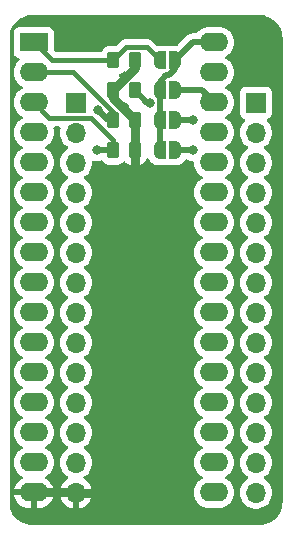
<source format=gbr>
%TF.GenerationSoftware,KiCad,Pcbnew,7.0.9*%
%TF.CreationDate,2023-12-21T11:34:42+00:00*%
%TF.ProjectId,flash-rom-expansion,666c6173-682d-4726-9f6d-2d657870616e,0*%
%TF.SameCoordinates,Original*%
%TF.FileFunction,Copper,L2,Bot*%
%TF.FilePolarity,Positive*%
%FSLAX46Y46*%
G04 Gerber Fmt 4.6, Leading zero omitted, Abs format (unit mm)*
G04 Created by KiCad (PCBNEW 7.0.9) date 2023-12-21 11:34:42*
%MOMM*%
%LPD*%
G01*
G04 APERTURE LIST*
G04 Aperture macros list*
%AMRoundRect*
0 Rectangle with rounded corners*
0 $1 Rounding radius*
0 $2 $3 $4 $5 $6 $7 $8 $9 X,Y pos of 4 corners*
0 Add a 4 corners polygon primitive as box body*
4,1,4,$2,$3,$4,$5,$6,$7,$8,$9,$2,$3,0*
0 Add four circle primitives for the rounded corners*
1,1,$1+$1,$2,$3*
1,1,$1+$1,$4,$5*
1,1,$1+$1,$6,$7*
1,1,$1+$1,$8,$9*
0 Add four rect primitives between the rounded corners*
20,1,$1+$1,$2,$3,$4,$5,0*
20,1,$1+$1,$4,$5,$6,$7,0*
20,1,$1+$1,$6,$7,$8,$9,0*
20,1,$1+$1,$8,$9,$2,$3,0*%
%AMFreePoly0*
4,1,19,0.500000,-0.750000,0.000000,-0.750000,0.000000,-0.744911,-0.071157,-0.744911,-0.207708,-0.704816,-0.327430,-0.627875,-0.420627,-0.520320,-0.479746,-0.390866,-0.500000,-0.250000,-0.500000,0.250000,-0.479746,0.390866,-0.420627,0.520320,-0.327430,0.627875,-0.207708,0.704816,-0.071157,0.744911,0.000000,0.744911,0.000000,0.750000,0.500000,0.750000,0.500000,-0.750000,0.500000,-0.750000,
$1*%
%AMFreePoly1*
4,1,19,0.000000,0.744911,0.071157,0.744911,0.207708,0.704816,0.327430,0.627875,0.420627,0.520320,0.479746,0.390866,0.500000,0.250000,0.500000,-0.250000,0.479746,-0.390866,0.420627,-0.520320,0.327430,-0.627875,0.207708,-0.704816,0.071157,-0.744911,0.000000,-0.744911,0.000000,-0.750000,-0.500000,-0.750000,-0.500000,0.750000,0.000000,0.750000,0.000000,0.744911,0.000000,0.744911,
$1*%
G04 Aperture macros list end*
%TA.AperFunction,ComponentPad*%
%ADD10R,2.400000X1.600000*%
%TD*%
%TA.AperFunction,ComponentPad*%
%ADD11O,2.400000X1.600000*%
%TD*%
%TA.AperFunction,ComponentPad*%
%ADD12R,1.700000X1.700000*%
%TD*%
%TA.AperFunction,ComponentPad*%
%ADD13O,1.700000X1.700000*%
%TD*%
%TA.AperFunction,SMDPad,CuDef*%
%ADD14FreePoly0,180.000000*%
%TD*%
%TA.AperFunction,SMDPad,CuDef*%
%ADD15FreePoly1,180.000000*%
%TD*%
%TA.AperFunction,SMDPad,CuDef*%
%ADD16RoundRect,0.250000X0.262500X0.450000X-0.262500X0.450000X-0.262500X-0.450000X0.262500X-0.450000X0*%
%TD*%
%TA.AperFunction,ViaPad*%
%ADD17C,0.800000*%
%TD*%
%TA.AperFunction,Conductor*%
%ADD18C,0.750000*%
%TD*%
%TA.AperFunction,Conductor*%
%ADD19C,0.500000*%
%TD*%
%TA.AperFunction,Conductor*%
%ADD20C,0.400000*%
%TD*%
G04 APERTURE END LIST*
D10*
%TO.P,U2,1,A18*%
%TO.N,A18*%
X139118000Y-82506000D03*
D11*
%TO.P,U2,2,A16*%
%TO.N,A16*%
X139118000Y-85046000D03*
%TO.P,U2,3,A15*%
%TO.N,A15*%
X139118000Y-87586000D03*
%TO.P,U2,4,A12*%
%TO.N,A12*%
X139118000Y-90126000D03*
%TO.P,U2,5,A7*%
%TO.N,A7*%
X139118000Y-92666000D03*
%TO.P,U2,6,A6*%
%TO.N,A6*%
X139118000Y-95206000D03*
%TO.P,U2,7,A5*%
%TO.N,A5*%
X139118000Y-97746000D03*
%TO.P,U2,8,A4*%
%TO.N,A4*%
X139118000Y-100286000D03*
%TO.P,U2,9,A3*%
%TO.N,A3*%
X139118000Y-102826000D03*
%TO.P,U2,10,A2*%
%TO.N,A2*%
X139118000Y-105366000D03*
%TO.P,U2,11,A1*%
%TO.N,A1*%
X139118000Y-107906000D03*
%TO.P,U2,12,A0*%
%TO.N,A0*%
X139118000Y-110446000D03*
%TO.P,U2,13,D0*%
%TO.N,D0*%
X139118000Y-112986000D03*
%TO.P,U2,14,D1*%
%TO.N,D1*%
X139118000Y-115526000D03*
%TO.P,U2,15,D2*%
%TO.N,D2*%
X139118000Y-118066000D03*
%TO.P,U2,16,GND*%
%TO.N,GND*%
X139118000Y-120606000D03*
%TO.P,U2,17,D3*%
%TO.N,D3*%
X154358000Y-120606000D03*
%TO.P,U2,18,D4*%
%TO.N,D4*%
X154358000Y-118066000D03*
%TO.P,U2,19,D5*%
%TO.N,D5*%
X154358000Y-115526000D03*
%TO.P,U2,20,D6*%
%TO.N,D6*%
X154358000Y-112986000D03*
%TO.P,U2,21,D7*%
%TO.N,D7*%
X154358000Y-110446000D03*
%TO.P,U2,22,CE*%
%TO.N,~{CE}*%
X154358000Y-107906000D03*
%TO.P,U2,23,A10*%
%TO.N,A10*%
X154358000Y-105366000D03*
%TO.P,U2,24,OE*%
%TO.N,~{OE}*%
X154358000Y-102826000D03*
%TO.P,U2,25,A11*%
%TO.N,A11*%
X154358000Y-100286000D03*
%TO.P,U2,26,A9*%
%TO.N,A9*%
X154358000Y-97746000D03*
%TO.P,U2,27,A8*%
%TO.N,A8*%
X154358000Y-95206000D03*
%TO.P,U2,28,A13*%
%TO.N,A13*%
X154358000Y-92666000D03*
%TO.P,U2,29,A14*%
%TO.N,A14*%
X154358000Y-90126000D03*
%TO.P,U2,30,A17*%
%TO.N,A17*%
X154358000Y-87586000D03*
%TO.P,U2,31,PGM*%
%TO.N,~{WE}*%
X154358000Y-85046000D03*
%TO.P,U2,32,VCC*%
%TO.N,VCC*%
X154358000Y-82506000D03*
%TD*%
D12*
%TO.P,J3,1,Pin_1*%
%TO.N,VCC*%
X157914000Y-87606000D03*
D13*
%TO.P,J3,2,Pin_2*%
%TO.N,~{WE}*%
X157914000Y-90146000D03*
%TO.P,J3,3,Pin_3*%
%TO.N,A13*%
X157914000Y-92686000D03*
%TO.P,J3,4,Pin_4*%
%TO.N,A8*%
X157914000Y-95226000D03*
%TO.P,J3,5,Pin_5*%
%TO.N,A9*%
X157914000Y-97766000D03*
%TO.P,J3,6,Pin_6*%
%TO.N,A11*%
X157914000Y-100306000D03*
%TO.P,J3,7,Pin_7*%
%TO.N,~{OE}*%
X157914000Y-102846000D03*
%TO.P,J3,8,Pin_8*%
%TO.N,A10*%
X157914000Y-105386000D03*
%TO.P,J3,9,Pin_9*%
%TO.N,~{CE}*%
X157914000Y-107926000D03*
%TO.P,J3,10,Pin_10*%
%TO.N,D7*%
X157914000Y-110466000D03*
%TO.P,J3,11,Pin_11*%
%TO.N,D6*%
X157914000Y-113006000D03*
%TO.P,J3,12,Pin_12*%
%TO.N,D5*%
X157914000Y-115546000D03*
%TO.P,J3,13,Pin_13*%
%TO.N,D4*%
X157914000Y-118086000D03*
%TO.P,J3,14,Pin_14*%
%TO.N,D3*%
X157914000Y-120626000D03*
%TD*%
D12*
%TO.P,J2,1,Pin_1*%
%TO.N,A14*%
X142674000Y-87606000D03*
D13*
%TO.P,J2,2,Pin_2*%
%TO.N,A12*%
X142674000Y-90146000D03*
%TO.P,J2,3,Pin_3*%
%TO.N,A7*%
X142674000Y-92686000D03*
%TO.P,J2,4,Pin_4*%
%TO.N,A6*%
X142674000Y-95226000D03*
%TO.P,J2,5,Pin_5*%
%TO.N,A5*%
X142674000Y-97766000D03*
%TO.P,J2,6,Pin_6*%
%TO.N,A4*%
X142674000Y-100306000D03*
%TO.P,J2,7,Pin_7*%
%TO.N,A3*%
X142674000Y-102846000D03*
%TO.P,J2,8,Pin_8*%
%TO.N,A2*%
X142674000Y-105386000D03*
%TO.P,J2,9,Pin_9*%
%TO.N,A1*%
X142674000Y-107926000D03*
%TO.P,J2,10,Pin_10*%
%TO.N,A0*%
X142674000Y-110466000D03*
%TO.P,J2,11,Pin_11*%
%TO.N,D0*%
X142674000Y-113006000D03*
%TO.P,J2,12,Pin_12*%
%TO.N,D1*%
X142674000Y-115546000D03*
%TO.P,J2,13,Pin_13*%
%TO.N,D2*%
X142674000Y-118086000D03*
%TO.P,J2,14,Pin_14*%
%TO.N,GND*%
X142674000Y-120626000D03*
%TD*%
D14*
%TO.P,JP2,1,A*%
%TO.N,A16*%
X151056000Y-89110000D03*
D15*
%TO.P,JP2,2,B*%
%TO.N,VCC*%
X149756000Y-89110000D03*
%TD*%
D14*
%TO.P,JP4,1,A*%
%TO.N,VCC*%
X151056000Y-84030000D03*
D15*
%TO.P,JP4,2,B*%
%TO.N,A18*%
X149756000Y-84030000D03*
%TD*%
D16*
%TO.P,R3,1*%
%TO.N,A17*%
X147650500Y-86570000D03*
%TO.P,R3,2*%
%TO.N,GND*%
X145825500Y-86570000D03*
%TD*%
D14*
%TO.P,JP1,1,A*%
%TO.N,A15*%
X151056000Y-91650000D03*
D15*
%TO.P,JP1,2,B*%
%TO.N,VCC*%
X149756000Y-91650000D03*
%TD*%
D16*
%TO.P,R4,1*%
%TO.N,GND*%
X147650500Y-84030000D03*
%TO.P,R4,2*%
%TO.N,A18*%
X145825500Y-84030000D03*
%TD*%
D14*
%TO.P,JP3,1,A*%
%TO.N,A17*%
X151056000Y-86570000D03*
D15*
%TO.P,JP3,2,B*%
%TO.N,VCC*%
X149756000Y-86570000D03*
%TD*%
D16*
%TO.P,R2,1*%
%TO.N,GND*%
X147650500Y-89110000D03*
%TO.P,R2,2*%
%TO.N,A16*%
X145825500Y-89110000D03*
%TD*%
%TO.P,R1,1*%
%TO.N,GND*%
X147650500Y-91650000D03*
%TO.P,R1,2*%
%TO.N,A15*%
X145825500Y-91650000D03*
%TD*%
D17*
%TO.N,A16*%
X152580000Y-89110000D03*
X144534688Y-88265312D03*
%TO.N,A17*%
X148906500Y-87616420D03*
%TO.N,A15*%
X152580000Y-91650000D03*
X144452000Y-91650000D03*
%TD*%
D18*
%TO.N,GND*%
X147650500Y-89110000D02*
X147650500Y-91650000D01*
X139118000Y-120606000D02*
X142654000Y-120606000D01*
X142674000Y-120626000D02*
X145956000Y-120626000D01*
X145956000Y-120626000D02*
X147650500Y-118931500D01*
X147650500Y-84683846D02*
X145825500Y-86508846D01*
X145825500Y-87223846D02*
X147650500Y-89048846D01*
X145825500Y-86570000D02*
X145825500Y-87223846D01*
X147650500Y-118931500D02*
X147650500Y-91650000D01*
X147650500Y-84030000D02*
X147650500Y-84683846D01*
D19*
%TO.N,A16*%
X145379376Y-89110000D02*
X144534688Y-88265312D01*
X145825500Y-89110000D02*
X145379376Y-89110000D01*
X151056000Y-89110000D02*
X152580000Y-89110000D01*
D20*
X145825500Y-88410000D02*
X145825500Y-89110000D01*
X142461500Y-85046000D02*
X145825500Y-88410000D01*
X139118000Y-85046000D02*
X142461500Y-85046000D01*
D19*
%TO.N,A17*%
X151056000Y-86570000D02*
X153342000Y-86570000D01*
X148696920Y-87616420D02*
X147650500Y-86570000D01*
X148906500Y-87616420D02*
X148696920Y-87616420D01*
X153342000Y-86570000D02*
X154358000Y-87586000D01*
D20*
%TO.N,A18*%
X145825500Y-84030000D02*
X146925500Y-82930000D01*
X148656000Y-82930000D02*
X149756000Y-84030000D01*
X140642000Y-84030000D02*
X139118000Y-82506000D01*
X145825500Y-84030000D02*
X140642000Y-84030000D01*
X146925500Y-82930000D02*
X148656000Y-82930000D01*
%TO.N,A15*%
X145825500Y-90757500D02*
X145825500Y-91650000D01*
D19*
X151056000Y-91650000D02*
X152580000Y-91650000D01*
D20*
X143964000Y-88896000D02*
X145825500Y-90757500D01*
D19*
X144452000Y-91650000D02*
X145825500Y-91650000D01*
D20*
X139118000Y-87586000D02*
X140428000Y-88896000D01*
X140428000Y-88896000D02*
X143964000Y-88896000D01*
D19*
%TO.N,VCC*%
X150276000Y-85300000D02*
X149756000Y-85820000D01*
X149756000Y-89110000D02*
X149756000Y-91650000D01*
X152580000Y-82506000D02*
X151056000Y-84030000D01*
X154358000Y-82506000D02*
X152580000Y-82506000D01*
X149756000Y-86570000D02*
X149756000Y-89110000D01*
X151056000Y-84030000D02*
X151056000Y-84780000D01*
X151056000Y-84780000D02*
X150536000Y-85300000D01*
X149756000Y-85820000D02*
X149756000Y-86570000D01*
X150536000Y-85300000D02*
X150276000Y-85300000D01*
%TD*%
%TA.AperFunction,Conductor*%
%TO.N,GND*%
G36*
X146775322Y-87495851D02*
G01*
X146819670Y-87524352D01*
X146914348Y-87619030D01*
X147065262Y-87712115D01*
X147109494Y-87726771D01*
X147166938Y-87766543D01*
X147193762Y-87831058D01*
X147181448Y-87899834D01*
X147133905Y-87951035D01*
X147109495Y-87962182D01*
X147068886Y-87975638D01*
X147068875Y-87975643D01*
X146919657Y-88067682D01*
X146831691Y-88155648D01*
X146770367Y-88189132D01*
X146700676Y-88184148D01*
X146656329Y-88155647D01*
X146561653Y-88060971D01*
X146561652Y-88060970D01*
X146411463Y-87968332D01*
X146410732Y-87967881D01*
X146409257Y-87967393D01*
X146408223Y-87966712D01*
X146404188Y-87964830D01*
X146404465Y-87964235D01*
X146367153Y-87939646D01*
X146365332Y-87941703D01*
X146359150Y-87936227D01*
X146342906Y-87921835D01*
X146305779Y-87862648D01*
X146306545Y-87792783D01*
X146344962Y-87734422D01*
X146386129Y-87711314D01*
X146407117Y-87704359D01*
X146407124Y-87704356D01*
X146556342Y-87612317D01*
X146644307Y-87524352D01*
X146705630Y-87490867D01*
X146775322Y-87495851D01*
G37*
%TD.AperFunction*%
%TA.AperFunction,Conductor*%
G36*
X146787343Y-84955851D02*
G01*
X146831691Y-84984352D01*
X146919654Y-85072315D01*
X147068875Y-85164356D01*
X147068882Y-85164359D01*
X147109493Y-85177816D01*
X147166938Y-85217588D01*
X147193762Y-85282104D01*
X147181447Y-85350880D01*
X147133905Y-85402080D01*
X147109495Y-85413228D01*
X147065262Y-85427885D01*
X147065259Y-85427886D01*
X146914349Y-85520969D01*
X146819670Y-85615648D01*
X146758346Y-85649132D01*
X146688655Y-85644148D01*
X146644308Y-85615647D01*
X146556345Y-85527684D01*
X146407124Y-85435643D01*
X146407121Y-85435642D01*
X146366504Y-85422183D01*
X146309060Y-85382410D01*
X146282237Y-85317894D01*
X146294552Y-85249118D01*
X146342096Y-85197918D01*
X146366495Y-85186775D01*
X146410738Y-85172115D01*
X146561652Y-85079030D01*
X146656332Y-84984349D01*
X146717651Y-84950867D01*
X146787343Y-84955851D01*
G37*
%TD.AperFunction*%
%TA.AperFunction,Conductor*%
G36*
X158647628Y-80222381D02*
G01*
X158707066Y-80234204D01*
X158714877Y-80236297D01*
X158951756Y-80316707D01*
X158959244Y-80319808D01*
X159183604Y-80430450D01*
X159190629Y-80434507D01*
X159398617Y-80573481D01*
X159405053Y-80578420D01*
X159593118Y-80743350D01*
X159598855Y-80749086D01*
X159646877Y-80803845D01*
X159763786Y-80937154D01*
X159768728Y-80943595D01*
X159907699Y-81151581D01*
X159911758Y-81158612D01*
X160022391Y-81382957D01*
X160025498Y-81390458D01*
X160105903Y-81627331D01*
X160108004Y-81635170D01*
X160153964Y-81866232D01*
X160156801Y-81880492D01*
X160157861Y-81888542D01*
X160174367Y-82140401D01*
X160174500Y-82144457D01*
X160174500Y-121397962D01*
X160174367Y-121402018D01*
X160157873Y-121653671D01*
X160156813Y-121661720D01*
X160108014Y-121907046D01*
X160105913Y-121914888D01*
X160025508Y-122151755D01*
X160022401Y-122159256D01*
X159911766Y-122383601D01*
X159907706Y-122390631D01*
X159768736Y-122598616D01*
X159763794Y-122605057D01*
X159598864Y-122793123D01*
X159593123Y-122798864D01*
X159405057Y-122963794D01*
X159398616Y-122968736D01*
X159190631Y-123107706D01*
X159183601Y-123111766D01*
X158959256Y-123222401D01*
X158951755Y-123225508D01*
X158714888Y-123305913D01*
X158707046Y-123308014D01*
X158461720Y-123356813D01*
X158453671Y-123357873D01*
X158202018Y-123374367D01*
X158197962Y-123374500D01*
X139010250Y-123374500D01*
X139006194Y-123374367D01*
X138754547Y-123357875D01*
X138746498Y-123356815D01*
X138501156Y-123308016D01*
X138493314Y-123305914D01*
X138475047Y-123299713D01*
X138256448Y-123225509D01*
X138248957Y-123222407D01*
X138024600Y-123111767D01*
X138017573Y-123107710D01*
X137809589Y-122968741D01*
X137803152Y-122963801D01*
X137615081Y-122798869D01*
X137609340Y-122793128D01*
X137561322Y-122738375D01*
X137444409Y-122605062D01*
X137439470Y-122598626D01*
X137300495Y-122390636D01*
X137296435Y-122383605D01*
X137296433Y-122383601D01*
X137185799Y-122159257D01*
X137182692Y-122151757D01*
X137102284Y-121914883D01*
X137100190Y-121907069D01*
X137088381Y-121847702D01*
X137086000Y-121823520D01*
X137086000Y-118066001D01*
X137404502Y-118066001D01*
X137424456Y-118294081D01*
X137424457Y-118294089D01*
X137483714Y-118515238D01*
X137483718Y-118515249D01*
X137580475Y-118722745D01*
X137580477Y-118722749D01*
X137711802Y-118910300D01*
X137873700Y-119072198D01*
X138061251Y-119203523D01*
X138112005Y-119227190D01*
X138114401Y-119228307D01*
X138166840Y-119274479D01*
X138185992Y-119341673D01*
X138165776Y-119408554D01*
X138114401Y-119453071D01*
X138065517Y-119475865D01*
X137879179Y-119606342D01*
X137718342Y-119767179D01*
X137587865Y-119953517D01*
X137491734Y-120159673D01*
X137491730Y-120159682D01*
X137439127Y-120355999D01*
X137439128Y-120356000D01*
X138802314Y-120356000D01*
X138790359Y-120367955D01*
X138732835Y-120480852D01*
X138713014Y-120606000D01*
X138732835Y-120731148D01*
X138790359Y-120844045D01*
X138802314Y-120856000D01*
X137439128Y-120856000D01*
X137491730Y-121052317D01*
X137491734Y-121052326D01*
X137587865Y-121258482D01*
X137718342Y-121444820D01*
X137879179Y-121605657D01*
X138065517Y-121736134D01*
X138271673Y-121832265D01*
X138271682Y-121832269D01*
X138491389Y-121891139D01*
X138491400Y-121891141D01*
X138661237Y-121906000D01*
X138868000Y-121906000D01*
X138868000Y-120921686D01*
X138879955Y-120933641D01*
X138992852Y-120991165D01*
X139086519Y-121006000D01*
X139149481Y-121006000D01*
X139243148Y-120991165D01*
X139356045Y-120933641D01*
X139368000Y-120921686D01*
X139368000Y-121906000D01*
X139574763Y-121906000D01*
X139744599Y-121891141D01*
X139744610Y-121891139D01*
X139964317Y-121832269D01*
X139964326Y-121832265D01*
X140170482Y-121736134D01*
X140356820Y-121605657D01*
X140517657Y-121444820D01*
X140648134Y-121258482D01*
X140744265Y-121052326D01*
X140744269Y-121052317D01*
X140796872Y-120856000D01*
X139433686Y-120856000D01*
X139445641Y-120844045D01*
X139503165Y-120731148D01*
X139522986Y-120606000D01*
X139503165Y-120480852D01*
X139445641Y-120367955D01*
X139433686Y-120356000D01*
X140796872Y-120356000D01*
X140796872Y-120355999D01*
X140744269Y-120159682D01*
X140744265Y-120159673D01*
X140648134Y-119953517D01*
X140517657Y-119767179D01*
X140356820Y-119606342D01*
X140170481Y-119475865D01*
X140170479Y-119475864D01*
X140121599Y-119453071D01*
X140069159Y-119406899D01*
X140050007Y-119339706D01*
X140070223Y-119272824D01*
X140121599Y-119228307D01*
X140123988Y-119227193D01*
X140174749Y-119203523D01*
X140362300Y-119072198D01*
X140524198Y-118910300D01*
X140655523Y-118722749D01*
X140752284Y-118515243D01*
X140811543Y-118294087D01*
X140831498Y-118066000D01*
X140811543Y-117837913D01*
X140752284Y-117616757D01*
X140655523Y-117409251D01*
X140524198Y-117221700D01*
X140362300Y-117059802D01*
X140174749Y-116928477D01*
X140167410Y-116925055D01*
X140131655Y-116908382D01*
X140079215Y-116862210D01*
X140060063Y-116795017D01*
X140080278Y-116728136D01*
X140131655Y-116683618D01*
X140134882Y-116682112D01*
X140174749Y-116663523D01*
X140362300Y-116532198D01*
X140524198Y-116370300D01*
X140655523Y-116182749D01*
X140752284Y-115975243D01*
X140811543Y-115754087D01*
X140831498Y-115526000D01*
X140811543Y-115297913D01*
X140752284Y-115076757D01*
X140655523Y-114869251D01*
X140524198Y-114681700D01*
X140362300Y-114519802D01*
X140174749Y-114388477D01*
X140167410Y-114385055D01*
X140131655Y-114368382D01*
X140079215Y-114322210D01*
X140060063Y-114255017D01*
X140080278Y-114188136D01*
X140131655Y-114143618D01*
X140134882Y-114142112D01*
X140174749Y-114123523D01*
X140362300Y-113992198D01*
X140524198Y-113830300D01*
X140655523Y-113642749D01*
X140752284Y-113435243D01*
X140811543Y-113214087D01*
X140831498Y-112986000D01*
X140811543Y-112757913D01*
X140752284Y-112536757D01*
X140655523Y-112329251D01*
X140524198Y-112141700D01*
X140362300Y-111979802D01*
X140174749Y-111848477D01*
X140167410Y-111845055D01*
X140131655Y-111828382D01*
X140079215Y-111782210D01*
X140060063Y-111715017D01*
X140080278Y-111648136D01*
X140131655Y-111603618D01*
X140134882Y-111602112D01*
X140174749Y-111583523D01*
X140362300Y-111452198D01*
X140524198Y-111290300D01*
X140655523Y-111102749D01*
X140752284Y-110895243D01*
X140811543Y-110674087D01*
X140831498Y-110446000D01*
X140811543Y-110217913D01*
X140752284Y-109996757D01*
X140655523Y-109789251D01*
X140524198Y-109601700D01*
X140362300Y-109439802D01*
X140174749Y-109308477D01*
X140167410Y-109305055D01*
X140131655Y-109288382D01*
X140079215Y-109242210D01*
X140060063Y-109175017D01*
X140080278Y-109108136D01*
X140131655Y-109063618D01*
X140134882Y-109062112D01*
X140174749Y-109043523D01*
X140362300Y-108912198D01*
X140524198Y-108750300D01*
X140655523Y-108562749D01*
X140752284Y-108355243D01*
X140811543Y-108134087D01*
X140831498Y-107906000D01*
X140811543Y-107677913D01*
X140752284Y-107456757D01*
X140655523Y-107249251D01*
X140524198Y-107061700D01*
X140362300Y-106899802D01*
X140174749Y-106768477D01*
X140167410Y-106765055D01*
X140131655Y-106748382D01*
X140079215Y-106702210D01*
X140060063Y-106635017D01*
X140080278Y-106568136D01*
X140131655Y-106523618D01*
X140134882Y-106522112D01*
X140174749Y-106503523D01*
X140362300Y-106372198D01*
X140524198Y-106210300D01*
X140655523Y-106022749D01*
X140752284Y-105815243D01*
X140811543Y-105594087D01*
X140831498Y-105366000D01*
X140811543Y-105137913D01*
X140752284Y-104916757D01*
X140655523Y-104709251D01*
X140524198Y-104521700D01*
X140362300Y-104359802D01*
X140174749Y-104228477D01*
X140167410Y-104225055D01*
X140131655Y-104208382D01*
X140079215Y-104162210D01*
X140060063Y-104095017D01*
X140080278Y-104028136D01*
X140131655Y-103983618D01*
X140134882Y-103982112D01*
X140174749Y-103963523D01*
X140362300Y-103832198D01*
X140524198Y-103670300D01*
X140655523Y-103482749D01*
X140752284Y-103275243D01*
X140811543Y-103054087D01*
X140831498Y-102826000D01*
X140811543Y-102597913D01*
X140752284Y-102376757D01*
X140655523Y-102169251D01*
X140524198Y-101981700D01*
X140362300Y-101819802D01*
X140174749Y-101688477D01*
X140167410Y-101685055D01*
X140131655Y-101668382D01*
X140079215Y-101622210D01*
X140060063Y-101555017D01*
X140080278Y-101488136D01*
X140131655Y-101443618D01*
X140134882Y-101442112D01*
X140174749Y-101423523D01*
X140362300Y-101292198D01*
X140524198Y-101130300D01*
X140655523Y-100942749D01*
X140752284Y-100735243D01*
X140811543Y-100514087D01*
X140831498Y-100286000D01*
X140811543Y-100057913D01*
X140752284Y-99836757D01*
X140655523Y-99629251D01*
X140524198Y-99441700D01*
X140362300Y-99279802D01*
X140174749Y-99148477D01*
X140167410Y-99145055D01*
X140131655Y-99128382D01*
X140079215Y-99082210D01*
X140060063Y-99015017D01*
X140080278Y-98948136D01*
X140131655Y-98903618D01*
X140134882Y-98902112D01*
X140174749Y-98883523D01*
X140362300Y-98752198D01*
X140524198Y-98590300D01*
X140655523Y-98402749D01*
X140752284Y-98195243D01*
X140811543Y-97974087D01*
X140831498Y-97746000D01*
X140811543Y-97517913D01*
X140752284Y-97296757D01*
X140655523Y-97089251D01*
X140524198Y-96901700D01*
X140362300Y-96739802D01*
X140174749Y-96608477D01*
X140167410Y-96605055D01*
X140131655Y-96588382D01*
X140079215Y-96542210D01*
X140060063Y-96475017D01*
X140080278Y-96408136D01*
X140131655Y-96363618D01*
X140134882Y-96362112D01*
X140174749Y-96343523D01*
X140362300Y-96212198D01*
X140524198Y-96050300D01*
X140655523Y-95862749D01*
X140752284Y-95655243D01*
X140811543Y-95434087D01*
X140831498Y-95206000D01*
X140811543Y-94977913D01*
X140752284Y-94756757D01*
X140655523Y-94549251D01*
X140524198Y-94361700D01*
X140362300Y-94199802D01*
X140174749Y-94068477D01*
X140167410Y-94065055D01*
X140131655Y-94048382D01*
X140079215Y-94002210D01*
X140060063Y-93935017D01*
X140080278Y-93868136D01*
X140131655Y-93823618D01*
X140134882Y-93822112D01*
X140174749Y-93803523D01*
X140362300Y-93672198D01*
X140524198Y-93510300D01*
X140655523Y-93322749D01*
X140752284Y-93115243D01*
X140811543Y-92894087D01*
X140831498Y-92666000D01*
X140811543Y-92437913D01*
X140752284Y-92216757D01*
X140655523Y-92009251D01*
X140524198Y-91821700D01*
X140362300Y-91659802D01*
X140174749Y-91528477D01*
X140167410Y-91525055D01*
X140131655Y-91508382D01*
X140079215Y-91462210D01*
X140060063Y-91395017D01*
X140080278Y-91328136D01*
X140131655Y-91283618D01*
X140134882Y-91282112D01*
X140174749Y-91263523D01*
X140362300Y-91132198D01*
X140524198Y-90970300D01*
X140655523Y-90782749D01*
X140752284Y-90575243D01*
X140811543Y-90354087D01*
X140831498Y-90126000D01*
X140811543Y-89897913D01*
X140774748Y-89760593D01*
X140776411Y-89690744D01*
X140815573Y-89632881D01*
X140879802Y-89605377D01*
X140894523Y-89604500D01*
X141250429Y-89604500D01*
X141317468Y-89624185D01*
X141363223Y-89676989D01*
X141373167Y-89746147D01*
X141370635Y-89758940D01*
X141329436Y-89921628D01*
X141329434Y-89921640D01*
X141310844Y-90145994D01*
X141310844Y-90146005D01*
X141329434Y-90370359D01*
X141329436Y-90370371D01*
X141384703Y-90588614D01*
X141475140Y-90794792D01*
X141598276Y-90983265D01*
X141598284Y-90983276D01*
X141750756Y-91148902D01*
X141750761Y-91148907D01*
X141796584Y-91184573D01*
X141928424Y-91287189D01*
X141928429Y-91287191D01*
X141928431Y-91287193D01*
X141964930Y-91306946D01*
X142014520Y-91356165D01*
X142029628Y-91424382D01*
X142005457Y-91489937D01*
X141964930Y-91525054D01*
X141928431Y-91544806D01*
X141928422Y-91544812D01*
X141750761Y-91683092D01*
X141750756Y-91683097D01*
X141598284Y-91848723D01*
X141598276Y-91848734D01*
X141475140Y-92037207D01*
X141384703Y-92243385D01*
X141329436Y-92461628D01*
X141329434Y-92461640D01*
X141310844Y-92685994D01*
X141310844Y-92686005D01*
X141329434Y-92910359D01*
X141329436Y-92910371D01*
X141384703Y-93128614D01*
X141475140Y-93334792D01*
X141598276Y-93523265D01*
X141598284Y-93523276D01*
X141735374Y-93672193D01*
X141750760Y-93688906D01*
X141928424Y-93827189D01*
X141928429Y-93827191D01*
X141928431Y-93827193D01*
X141964930Y-93846946D01*
X142014520Y-93896165D01*
X142029628Y-93964382D01*
X142005457Y-94029937D01*
X141964930Y-94065054D01*
X141928431Y-94084806D01*
X141928422Y-94084812D01*
X141750761Y-94223092D01*
X141750756Y-94223097D01*
X141598284Y-94388723D01*
X141598276Y-94388734D01*
X141475140Y-94577207D01*
X141384703Y-94783385D01*
X141329436Y-95001628D01*
X141329434Y-95001640D01*
X141310844Y-95225994D01*
X141310844Y-95226005D01*
X141329434Y-95450359D01*
X141329436Y-95450371D01*
X141384703Y-95668614D01*
X141475140Y-95874792D01*
X141598276Y-96063265D01*
X141598284Y-96063276D01*
X141735374Y-96212193D01*
X141750760Y-96228906D01*
X141928424Y-96367189D01*
X141928429Y-96367191D01*
X141928431Y-96367193D01*
X141964930Y-96386946D01*
X142014520Y-96436165D01*
X142029628Y-96504382D01*
X142005457Y-96569937D01*
X141964930Y-96605054D01*
X141928431Y-96624806D01*
X141928422Y-96624812D01*
X141750761Y-96763092D01*
X141750756Y-96763097D01*
X141598284Y-96928723D01*
X141598276Y-96928734D01*
X141475140Y-97117207D01*
X141384703Y-97323385D01*
X141329436Y-97541628D01*
X141329434Y-97541640D01*
X141310844Y-97765994D01*
X141310844Y-97766005D01*
X141329434Y-97990359D01*
X141329436Y-97990371D01*
X141384703Y-98208614D01*
X141475140Y-98414792D01*
X141598276Y-98603265D01*
X141598284Y-98603276D01*
X141735374Y-98752193D01*
X141750760Y-98768906D01*
X141928424Y-98907189D01*
X141928429Y-98907191D01*
X141928431Y-98907193D01*
X141964930Y-98926946D01*
X142014520Y-98976165D01*
X142029628Y-99044382D01*
X142005457Y-99109937D01*
X141964930Y-99145054D01*
X141928431Y-99164806D01*
X141928422Y-99164812D01*
X141750761Y-99303092D01*
X141750756Y-99303097D01*
X141598284Y-99468723D01*
X141598276Y-99468734D01*
X141475140Y-99657207D01*
X141384703Y-99863385D01*
X141329436Y-100081628D01*
X141329434Y-100081640D01*
X141310844Y-100305994D01*
X141310844Y-100306005D01*
X141329434Y-100530359D01*
X141329436Y-100530371D01*
X141384703Y-100748614D01*
X141475140Y-100954792D01*
X141598276Y-101143265D01*
X141598284Y-101143276D01*
X141735374Y-101292193D01*
X141750760Y-101308906D01*
X141928424Y-101447189D01*
X141928429Y-101447191D01*
X141928431Y-101447193D01*
X141964930Y-101466946D01*
X142014520Y-101516165D01*
X142029628Y-101584382D01*
X142005457Y-101649937D01*
X141964930Y-101685054D01*
X141928431Y-101704806D01*
X141928422Y-101704812D01*
X141750761Y-101843092D01*
X141750756Y-101843097D01*
X141598284Y-102008723D01*
X141598276Y-102008734D01*
X141475140Y-102197207D01*
X141384703Y-102403385D01*
X141329436Y-102621628D01*
X141329434Y-102621640D01*
X141310844Y-102845994D01*
X141310844Y-102846005D01*
X141329434Y-103070359D01*
X141329436Y-103070371D01*
X141384703Y-103288614D01*
X141475140Y-103494792D01*
X141598276Y-103683265D01*
X141598284Y-103683276D01*
X141735374Y-103832193D01*
X141750760Y-103848906D01*
X141928424Y-103987189D01*
X141928429Y-103987191D01*
X141928431Y-103987193D01*
X141964930Y-104006946D01*
X142014520Y-104056165D01*
X142029628Y-104124382D01*
X142005457Y-104189937D01*
X141964930Y-104225054D01*
X141928431Y-104244806D01*
X141928422Y-104244812D01*
X141750761Y-104383092D01*
X141750756Y-104383097D01*
X141598284Y-104548723D01*
X141598276Y-104548734D01*
X141475140Y-104737207D01*
X141384703Y-104943385D01*
X141329436Y-105161628D01*
X141329434Y-105161640D01*
X141310844Y-105385994D01*
X141310844Y-105386005D01*
X141329434Y-105610359D01*
X141329436Y-105610371D01*
X141384703Y-105828614D01*
X141475140Y-106034792D01*
X141598276Y-106223265D01*
X141598284Y-106223276D01*
X141735374Y-106372193D01*
X141750760Y-106388906D01*
X141928424Y-106527189D01*
X141928429Y-106527191D01*
X141928431Y-106527193D01*
X141964930Y-106546946D01*
X142014520Y-106596165D01*
X142029628Y-106664382D01*
X142005457Y-106729937D01*
X141964930Y-106765054D01*
X141928431Y-106784806D01*
X141928422Y-106784812D01*
X141750761Y-106923092D01*
X141750756Y-106923097D01*
X141598284Y-107088723D01*
X141598276Y-107088734D01*
X141475140Y-107277207D01*
X141384703Y-107483385D01*
X141329436Y-107701628D01*
X141329434Y-107701640D01*
X141310844Y-107925994D01*
X141310844Y-107926005D01*
X141329434Y-108150359D01*
X141329436Y-108150371D01*
X141384703Y-108368614D01*
X141475140Y-108574792D01*
X141598276Y-108763265D01*
X141598284Y-108763276D01*
X141735374Y-108912193D01*
X141750760Y-108928906D01*
X141928424Y-109067189D01*
X141928429Y-109067191D01*
X141928431Y-109067193D01*
X141964930Y-109086946D01*
X142014520Y-109136165D01*
X142029628Y-109204382D01*
X142005457Y-109269937D01*
X141964930Y-109305054D01*
X141928431Y-109324806D01*
X141928422Y-109324812D01*
X141750761Y-109463092D01*
X141750756Y-109463097D01*
X141598284Y-109628723D01*
X141598276Y-109628734D01*
X141475140Y-109817207D01*
X141384703Y-110023385D01*
X141329436Y-110241628D01*
X141329434Y-110241640D01*
X141310844Y-110465994D01*
X141310844Y-110466005D01*
X141329434Y-110690359D01*
X141329436Y-110690371D01*
X141384703Y-110908614D01*
X141475140Y-111114792D01*
X141598276Y-111303265D01*
X141598284Y-111303276D01*
X141735374Y-111452193D01*
X141750760Y-111468906D01*
X141928424Y-111607189D01*
X141928429Y-111607191D01*
X141928431Y-111607193D01*
X141964930Y-111626946D01*
X142014520Y-111676165D01*
X142029628Y-111744382D01*
X142005457Y-111809937D01*
X141964930Y-111845054D01*
X141928431Y-111864806D01*
X141928422Y-111864812D01*
X141750761Y-112003092D01*
X141750756Y-112003097D01*
X141598284Y-112168723D01*
X141598276Y-112168734D01*
X141475140Y-112357207D01*
X141384703Y-112563385D01*
X141329436Y-112781628D01*
X141329434Y-112781640D01*
X141310844Y-113005994D01*
X141310844Y-113006005D01*
X141329434Y-113230359D01*
X141329436Y-113230371D01*
X141384703Y-113448614D01*
X141475140Y-113654792D01*
X141598276Y-113843265D01*
X141598284Y-113843276D01*
X141735374Y-113992193D01*
X141750760Y-114008906D01*
X141928424Y-114147189D01*
X141928429Y-114147191D01*
X141928431Y-114147193D01*
X141964930Y-114166946D01*
X142014520Y-114216165D01*
X142029628Y-114284382D01*
X142005457Y-114349937D01*
X141964930Y-114385054D01*
X141928431Y-114404806D01*
X141928422Y-114404812D01*
X141750761Y-114543092D01*
X141750756Y-114543097D01*
X141598284Y-114708723D01*
X141598276Y-114708734D01*
X141475140Y-114897207D01*
X141384703Y-115103385D01*
X141329436Y-115321628D01*
X141329434Y-115321640D01*
X141310844Y-115545994D01*
X141310844Y-115546005D01*
X141329434Y-115770359D01*
X141329436Y-115770371D01*
X141384703Y-115988614D01*
X141475140Y-116194792D01*
X141598276Y-116383265D01*
X141598284Y-116383276D01*
X141735374Y-116532193D01*
X141750760Y-116548906D01*
X141928424Y-116687189D01*
X141928429Y-116687191D01*
X141928431Y-116687193D01*
X141964930Y-116706946D01*
X142014520Y-116756165D01*
X142029628Y-116824382D01*
X142005457Y-116889937D01*
X141964930Y-116925054D01*
X141928431Y-116944806D01*
X141928422Y-116944812D01*
X141750761Y-117083092D01*
X141750756Y-117083097D01*
X141598284Y-117248723D01*
X141598276Y-117248734D01*
X141475140Y-117437207D01*
X141384703Y-117643385D01*
X141329436Y-117861628D01*
X141329434Y-117861640D01*
X141310844Y-118085994D01*
X141310844Y-118086005D01*
X141329434Y-118310359D01*
X141329436Y-118310371D01*
X141384703Y-118528614D01*
X141475140Y-118734792D01*
X141598276Y-118923265D01*
X141598284Y-118923276D01*
X141735374Y-119072193D01*
X141750760Y-119088906D01*
X141928424Y-119227189D01*
X141964930Y-119246945D01*
X141971695Y-119250606D01*
X142021286Y-119299825D01*
X142036394Y-119368042D01*
X142012224Y-119433597D01*
X141983802Y-119461236D01*
X141802922Y-119587890D01*
X141802920Y-119587891D01*
X141635891Y-119754920D01*
X141635886Y-119754926D01*
X141500400Y-119948420D01*
X141500399Y-119948422D01*
X141400570Y-120162507D01*
X141400567Y-120162513D01*
X141343364Y-120375999D01*
X141343364Y-120376000D01*
X142240314Y-120376000D01*
X142214507Y-120416156D01*
X142174000Y-120554111D01*
X142174000Y-120697889D01*
X142214507Y-120835844D01*
X142240314Y-120876000D01*
X141343364Y-120876000D01*
X141400567Y-121089486D01*
X141400570Y-121089492D01*
X141500399Y-121303578D01*
X141635894Y-121497082D01*
X141802917Y-121664105D01*
X141996421Y-121799600D01*
X142210507Y-121899429D01*
X142210516Y-121899433D01*
X142424000Y-121956634D01*
X142424000Y-121061501D01*
X142531685Y-121110680D01*
X142638237Y-121126000D01*
X142709763Y-121126000D01*
X142816315Y-121110680D01*
X142924000Y-121061501D01*
X142924000Y-121956633D01*
X143137483Y-121899433D01*
X143137492Y-121899429D01*
X143351578Y-121799600D01*
X143545082Y-121664105D01*
X143712105Y-121497082D01*
X143847600Y-121303578D01*
X143947429Y-121089492D01*
X143947432Y-121089486D01*
X144004636Y-120876000D01*
X143107686Y-120876000D01*
X143133493Y-120835844D01*
X143174000Y-120697889D01*
X143174000Y-120554111D01*
X143133493Y-120416156D01*
X143107686Y-120376000D01*
X144004636Y-120376000D01*
X144004635Y-120375999D01*
X143947432Y-120162513D01*
X143947429Y-120162507D01*
X143847600Y-119948422D01*
X143847599Y-119948420D01*
X143712113Y-119754926D01*
X143712108Y-119754920D01*
X143545082Y-119587894D01*
X143364197Y-119461236D01*
X143320572Y-119406659D01*
X143313380Y-119337160D01*
X143344902Y-119274806D01*
X143376300Y-119250608D01*
X143419576Y-119227189D01*
X143597240Y-119088906D01*
X143749722Y-118923268D01*
X143872860Y-118734791D01*
X143963296Y-118528616D01*
X144018564Y-118310368D01*
X144037156Y-118086000D01*
X144018564Y-117861632D01*
X143963296Y-117643384D01*
X143872860Y-117437209D01*
X143749722Y-117248732D01*
X143749719Y-117248729D01*
X143749715Y-117248723D01*
X143597243Y-117083097D01*
X143597238Y-117083092D01*
X143419577Y-116944812D01*
X143419578Y-116944812D01*
X143419576Y-116944811D01*
X143383070Y-116925055D01*
X143333479Y-116875836D01*
X143318371Y-116807619D01*
X143342541Y-116742064D01*
X143383070Y-116706945D01*
X143383084Y-116706936D01*
X143419576Y-116687189D01*
X143597240Y-116548906D01*
X143749722Y-116383268D01*
X143872860Y-116194791D01*
X143963296Y-115988616D01*
X144018564Y-115770368D01*
X144037156Y-115546000D01*
X144018564Y-115321632D01*
X143963296Y-115103384D01*
X143872860Y-114897209D01*
X143749722Y-114708732D01*
X143749719Y-114708729D01*
X143749715Y-114708723D01*
X143597243Y-114543097D01*
X143597238Y-114543092D01*
X143419577Y-114404812D01*
X143419578Y-114404812D01*
X143419576Y-114404811D01*
X143383070Y-114385055D01*
X143333479Y-114335836D01*
X143318371Y-114267619D01*
X143342541Y-114202064D01*
X143383070Y-114166945D01*
X143383084Y-114166936D01*
X143419576Y-114147189D01*
X143597240Y-114008906D01*
X143749722Y-113843268D01*
X143872860Y-113654791D01*
X143963296Y-113448616D01*
X144018564Y-113230368D01*
X144037156Y-113006000D01*
X144018564Y-112781632D01*
X143963296Y-112563384D01*
X143872860Y-112357209D01*
X143749722Y-112168732D01*
X143749719Y-112168729D01*
X143749715Y-112168723D01*
X143597243Y-112003097D01*
X143597238Y-112003092D01*
X143419577Y-111864812D01*
X143419578Y-111864812D01*
X143419576Y-111864811D01*
X143383070Y-111845055D01*
X143333479Y-111795836D01*
X143318371Y-111727619D01*
X143342541Y-111662064D01*
X143383070Y-111626945D01*
X143383084Y-111626936D01*
X143419576Y-111607189D01*
X143597240Y-111468906D01*
X143749722Y-111303268D01*
X143872860Y-111114791D01*
X143963296Y-110908616D01*
X144018564Y-110690368D01*
X144037156Y-110466000D01*
X144018564Y-110241632D01*
X143963296Y-110023384D01*
X143872860Y-109817209D01*
X143749722Y-109628732D01*
X143749719Y-109628729D01*
X143749715Y-109628723D01*
X143597243Y-109463097D01*
X143597238Y-109463092D01*
X143419577Y-109324812D01*
X143419578Y-109324812D01*
X143419576Y-109324811D01*
X143383070Y-109305055D01*
X143333479Y-109255836D01*
X143318371Y-109187619D01*
X143342541Y-109122064D01*
X143383070Y-109086945D01*
X143383084Y-109086936D01*
X143419576Y-109067189D01*
X143597240Y-108928906D01*
X143749722Y-108763268D01*
X143872860Y-108574791D01*
X143963296Y-108368616D01*
X144018564Y-108150368D01*
X144037156Y-107926000D01*
X144018564Y-107701632D01*
X143963296Y-107483384D01*
X143872860Y-107277209D01*
X143749722Y-107088732D01*
X143749719Y-107088729D01*
X143749715Y-107088723D01*
X143597243Y-106923097D01*
X143597238Y-106923092D01*
X143419577Y-106784812D01*
X143419578Y-106784812D01*
X143419576Y-106784811D01*
X143383070Y-106765055D01*
X143333479Y-106715836D01*
X143318371Y-106647619D01*
X143342541Y-106582064D01*
X143383070Y-106546945D01*
X143383084Y-106546936D01*
X143419576Y-106527189D01*
X143597240Y-106388906D01*
X143749722Y-106223268D01*
X143872860Y-106034791D01*
X143963296Y-105828616D01*
X144018564Y-105610368D01*
X144037156Y-105386000D01*
X144018564Y-105161632D01*
X143963296Y-104943384D01*
X143872860Y-104737209D01*
X143749722Y-104548732D01*
X143749719Y-104548729D01*
X143749715Y-104548723D01*
X143597243Y-104383097D01*
X143597238Y-104383092D01*
X143419577Y-104244812D01*
X143419578Y-104244812D01*
X143419576Y-104244811D01*
X143383070Y-104225055D01*
X143333479Y-104175836D01*
X143318371Y-104107619D01*
X143342541Y-104042064D01*
X143383070Y-104006945D01*
X143383084Y-104006936D01*
X143419576Y-103987189D01*
X143597240Y-103848906D01*
X143749722Y-103683268D01*
X143872860Y-103494791D01*
X143963296Y-103288616D01*
X144018564Y-103070368D01*
X144037156Y-102846000D01*
X144018564Y-102621632D01*
X143963296Y-102403384D01*
X143872860Y-102197209D01*
X143749722Y-102008732D01*
X143749719Y-102008729D01*
X143749715Y-102008723D01*
X143597243Y-101843097D01*
X143597238Y-101843092D01*
X143419577Y-101704812D01*
X143419578Y-101704812D01*
X143419576Y-101704811D01*
X143383070Y-101685055D01*
X143333479Y-101635836D01*
X143318371Y-101567619D01*
X143342541Y-101502064D01*
X143383070Y-101466945D01*
X143383084Y-101466936D01*
X143419576Y-101447189D01*
X143597240Y-101308906D01*
X143749722Y-101143268D01*
X143872860Y-100954791D01*
X143963296Y-100748616D01*
X144018564Y-100530368D01*
X144037156Y-100306000D01*
X144018564Y-100081632D01*
X143963296Y-99863384D01*
X143872860Y-99657209D01*
X143749722Y-99468732D01*
X143749719Y-99468729D01*
X143749715Y-99468723D01*
X143597243Y-99303097D01*
X143597238Y-99303092D01*
X143419577Y-99164812D01*
X143419578Y-99164812D01*
X143419576Y-99164811D01*
X143383070Y-99145055D01*
X143333479Y-99095836D01*
X143318371Y-99027619D01*
X143342541Y-98962064D01*
X143383070Y-98926945D01*
X143383084Y-98926936D01*
X143419576Y-98907189D01*
X143597240Y-98768906D01*
X143749722Y-98603268D01*
X143872860Y-98414791D01*
X143963296Y-98208616D01*
X144018564Y-97990368D01*
X144037156Y-97766000D01*
X144018564Y-97541632D01*
X143963296Y-97323384D01*
X143872860Y-97117209D01*
X143749722Y-96928732D01*
X143749719Y-96928729D01*
X143749715Y-96928723D01*
X143597243Y-96763097D01*
X143597238Y-96763092D01*
X143419577Y-96624812D01*
X143419578Y-96624812D01*
X143419576Y-96624811D01*
X143383070Y-96605055D01*
X143333479Y-96555836D01*
X143318371Y-96487619D01*
X143342541Y-96422064D01*
X143383070Y-96386945D01*
X143383084Y-96386936D01*
X143419576Y-96367189D01*
X143597240Y-96228906D01*
X143749722Y-96063268D01*
X143872860Y-95874791D01*
X143963296Y-95668616D01*
X144018564Y-95450368D01*
X144037156Y-95226000D01*
X144018564Y-95001632D01*
X143963296Y-94783384D01*
X143872860Y-94577209D01*
X143749722Y-94388732D01*
X143749719Y-94388729D01*
X143749715Y-94388723D01*
X143597243Y-94223097D01*
X143597238Y-94223092D01*
X143419577Y-94084812D01*
X143419578Y-94084812D01*
X143419576Y-94084811D01*
X143383070Y-94065055D01*
X143333479Y-94015836D01*
X143318371Y-93947619D01*
X143342541Y-93882064D01*
X143383070Y-93846945D01*
X143383084Y-93846936D01*
X143419576Y-93827189D01*
X143597240Y-93688906D01*
X143749722Y-93523268D01*
X143872860Y-93334791D01*
X143963296Y-93128616D01*
X144018564Y-92910368D01*
X144022862Y-92858498D01*
X144037156Y-92686005D01*
X144037156Y-92685995D01*
X144034448Y-92653320D01*
X144048528Y-92584884D01*
X144097373Y-92534924D01*
X144165474Y-92519303D01*
X144183795Y-92521787D01*
X144356513Y-92558500D01*
X144356514Y-92558500D01*
X144547487Y-92558500D01*
X144734288Y-92518794D01*
X144788884Y-92494485D01*
X144858133Y-92485200D01*
X144921410Y-92514828D01*
X144944858Y-92542667D01*
X144960696Y-92568345D01*
X144963970Y-92573652D01*
X145089348Y-92699030D01*
X145240262Y-92792115D01*
X145408574Y-92847887D01*
X145512455Y-92858500D01*
X146138544Y-92858499D01*
X146242426Y-92847887D01*
X146410738Y-92792115D01*
X146561652Y-92699030D01*
X146656332Y-92604349D01*
X146717651Y-92570867D01*
X146787343Y-92575851D01*
X146831691Y-92604352D01*
X146919654Y-92692315D01*
X147068875Y-92784356D01*
X147068880Y-92784358D01*
X147235302Y-92839505D01*
X147235309Y-92839506D01*
X147338019Y-92849999D01*
X147400499Y-92849998D01*
X147400500Y-92849998D01*
X147400500Y-91524000D01*
X147420185Y-91456961D01*
X147472989Y-91411206D01*
X147524500Y-91400000D01*
X147776500Y-91400000D01*
X147843539Y-91419685D01*
X147889294Y-91472489D01*
X147900500Y-91524000D01*
X147900500Y-92849999D01*
X147962972Y-92849999D01*
X147962986Y-92849998D01*
X148065697Y-92839505D01*
X148232119Y-92784358D01*
X148232124Y-92784356D01*
X148381345Y-92692315D01*
X148505315Y-92568345D01*
X148597356Y-92419124D01*
X148597359Y-92419117D01*
X148616307Y-92361936D01*
X148656079Y-92304491D01*
X148720595Y-92277667D01*
X148789371Y-92289982D01*
X148840571Y-92337524D01*
X148846807Y-92349427D01*
X148863740Y-92386505D01*
X148863746Y-92386516D01*
X148904681Y-92450211D01*
X148942794Y-92509517D01*
X148942803Y-92509529D01*
X149035511Y-92616519D01*
X149036222Y-92617400D01*
X149036949Y-92618180D01*
X149036951Y-92618181D01*
X149036952Y-92618183D01*
X149147460Y-92713938D01*
X149177698Y-92733371D01*
X149268408Y-92791667D01*
X149268412Y-92791669D01*
X149268414Y-92791670D01*
X149401423Y-92852413D01*
X149539378Y-92892920D01*
X149684111Y-92913729D01*
X149684114Y-92913729D01*
X150256000Y-92913729D01*
X150329111Y-92908500D01*
X150365853Y-92897710D01*
X150418432Y-92893949D01*
X150556000Y-92913729D01*
X150556002Y-92913729D01*
X151127886Y-92913729D01*
X151127889Y-92913729D01*
X151272622Y-92892920D01*
X151410577Y-92852413D01*
X151543586Y-92791670D01*
X151664534Y-92713942D01*
X151664539Y-92713939D01*
X151664536Y-92713942D01*
X151681747Y-92699028D01*
X151775051Y-92618179D01*
X151847191Y-92534924D01*
X151869196Y-92509529D01*
X151869197Y-92509526D01*
X151869205Y-92509518D01*
X151897519Y-92465459D01*
X151950322Y-92419706D01*
X152001834Y-92408500D01*
X152038063Y-92408500D01*
X152105102Y-92428185D01*
X152110949Y-92432182D01*
X152123249Y-92441119D01*
X152190220Y-92470935D01*
X152297712Y-92518794D01*
X152484513Y-92558500D01*
X152521472Y-92558500D01*
X152588511Y-92578185D01*
X152634266Y-92630989D01*
X152645000Y-92671693D01*
X152664456Y-92894081D01*
X152664457Y-92894089D01*
X152723714Y-93115238D01*
X152723718Y-93115249D01*
X152820475Y-93322745D01*
X152820477Y-93322749D01*
X152951802Y-93510300D01*
X153113700Y-93672198D01*
X153301251Y-93803523D01*
X153344345Y-93823618D01*
X153396784Y-93869791D01*
X153415936Y-93936984D01*
X153395720Y-94003865D01*
X153344345Y-94048382D01*
X153301251Y-94068476D01*
X153176126Y-94156090D01*
X153113700Y-94199802D01*
X153113698Y-94199803D01*
X153113695Y-94199806D01*
X152951806Y-94361695D01*
X152951803Y-94361698D01*
X152951802Y-94361700D01*
X152932874Y-94388732D01*
X152820476Y-94549252D01*
X152820475Y-94549254D01*
X152723718Y-94756750D01*
X152723714Y-94756761D01*
X152664457Y-94977910D01*
X152664456Y-94977918D01*
X152644502Y-95205998D01*
X152644502Y-95206001D01*
X152664456Y-95434081D01*
X152664457Y-95434089D01*
X152723714Y-95655238D01*
X152723718Y-95655249D01*
X152820475Y-95862745D01*
X152820477Y-95862749D01*
X152951802Y-96050300D01*
X153113700Y-96212198D01*
X153301251Y-96343523D01*
X153344345Y-96363618D01*
X153396784Y-96409791D01*
X153415936Y-96476984D01*
X153395720Y-96543865D01*
X153344345Y-96588382D01*
X153301251Y-96608476D01*
X153176126Y-96696090D01*
X153113700Y-96739802D01*
X153113698Y-96739803D01*
X153113695Y-96739806D01*
X152951806Y-96901695D01*
X152951803Y-96901698D01*
X152951802Y-96901700D01*
X152932874Y-96928732D01*
X152820476Y-97089252D01*
X152820475Y-97089254D01*
X152723718Y-97296750D01*
X152723714Y-97296761D01*
X152664457Y-97517910D01*
X152664456Y-97517918D01*
X152644502Y-97745998D01*
X152644502Y-97746001D01*
X152664456Y-97974081D01*
X152664457Y-97974089D01*
X152723714Y-98195238D01*
X152723718Y-98195249D01*
X152820475Y-98402745D01*
X152820477Y-98402749D01*
X152951802Y-98590300D01*
X153113700Y-98752198D01*
X153301251Y-98883523D01*
X153344345Y-98903618D01*
X153396784Y-98949791D01*
X153415936Y-99016984D01*
X153395720Y-99083865D01*
X153344345Y-99128382D01*
X153301251Y-99148476D01*
X153176126Y-99236090D01*
X153113700Y-99279802D01*
X153113698Y-99279803D01*
X153113695Y-99279806D01*
X152951806Y-99441695D01*
X152951803Y-99441698D01*
X152951802Y-99441700D01*
X152932874Y-99468732D01*
X152820476Y-99629252D01*
X152820475Y-99629254D01*
X152723718Y-99836750D01*
X152723714Y-99836761D01*
X152664457Y-100057910D01*
X152664456Y-100057918D01*
X152644502Y-100285998D01*
X152644502Y-100286001D01*
X152664456Y-100514081D01*
X152664457Y-100514089D01*
X152723714Y-100735238D01*
X152723718Y-100735249D01*
X152820475Y-100942745D01*
X152820477Y-100942749D01*
X152951802Y-101130300D01*
X153113700Y-101292198D01*
X153301251Y-101423523D01*
X153344345Y-101443618D01*
X153396784Y-101489791D01*
X153415936Y-101556984D01*
X153395720Y-101623865D01*
X153344345Y-101668382D01*
X153301251Y-101688476D01*
X153176126Y-101776090D01*
X153113700Y-101819802D01*
X153113698Y-101819803D01*
X153113695Y-101819806D01*
X152951806Y-101981695D01*
X152951803Y-101981698D01*
X152951802Y-101981700D01*
X152932874Y-102008732D01*
X152820476Y-102169252D01*
X152820475Y-102169254D01*
X152723718Y-102376750D01*
X152723714Y-102376761D01*
X152664457Y-102597910D01*
X152664456Y-102597918D01*
X152644502Y-102825998D01*
X152644502Y-102826001D01*
X152664456Y-103054081D01*
X152664457Y-103054089D01*
X152723714Y-103275238D01*
X152723718Y-103275249D01*
X152820475Y-103482745D01*
X152820477Y-103482749D01*
X152951802Y-103670300D01*
X153113700Y-103832198D01*
X153301251Y-103963523D01*
X153344345Y-103983618D01*
X153396784Y-104029791D01*
X153415936Y-104096984D01*
X153395720Y-104163865D01*
X153344345Y-104208382D01*
X153301251Y-104228476D01*
X153176126Y-104316090D01*
X153113700Y-104359802D01*
X153113698Y-104359803D01*
X153113695Y-104359806D01*
X152951806Y-104521695D01*
X152951803Y-104521698D01*
X152951802Y-104521700D01*
X152932874Y-104548732D01*
X152820476Y-104709252D01*
X152820475Y-104709254D01*
X152723718Y-104916750D01*
X152723714Y-104916761D01*
X152664457Y-105137910D01*
X152664456Y-105137918D01*
X152644502Y-105365998D01*
X152644502Y-105366001D01*
X152664456Y-105594081D01*
X152664457Y-105594089D01*
X152723714Y-105815238D01*
X152723718Y-105815249D01*
X152820475Y-106022745D01*
X152820477Y-106022749D01*
X152951802Y-106210300D01*
X153113700Y-106372198D01*
X153301251Y-106503523D01*
X153344345Y-106523618D01*
X153396784Y-106569791D01*
X153415936Y-106636984D01*
X153395720Y-106703865D01*
X153344345Y-106748382D01*
X153301251Y-106768476D01*
X153176126Y-106856090D01*
X153113700Y-106899802D01*
X153113698Y-106899803D01*
X153113695Y-106899806D01*
X152951806Y-107061695D01*
X152951803Y-107061698D01*
X152951802Y-107061700D01*
X152932874Y-107088732D01*
X152820476Y-107249252D01*
X152820475Y-107249254D01*
X152723718Y-107456750D01*
X152723714Y-107456761D01*
X152664457Y-107677910D01*
X152664456Y-107677918D01*
X152644502Y-107905998D01*
X152644502Y-107906001D01*
X152664456Y-108134081D01*
X152664457Y-108134089D01*
X152723714Y-108355238D01*
X152723718Y-108355249D01*
X152820475Y-108562745D01*
X152820477Y-108562749D01*
X152951802Y-108750300D01*
X153113700Y-108912198D01*
X153301251Y-109043523D01*
X153344345Y-109063618D01*
X153396784Y-109109791D01*
X153415936Y-109176984D01*
X153395720Y-109243865D01*
X153344345Y-109288382D01*
X153301251Y-109308476D01*
X153176126Y-109396090D01*
X153113700Y-109439802D01*
X153113698Y-109439803D01*
X153113695Y-109439806D01*
X152951806Y-109601695D01*
X152951803Y-109601698D01*
X152951802Y-109601700D01*
X152932874Y-109628732D01*
X152820476Y-109789252D01*
X152820475Y-109789254D01*
X152723718Y-109996750D01*
X152723714Y-109996761D01*
X152664457Y-110217910D01*
X152664456Y-110217918D01*
X152644502Y-110445998D01*
X152644502Y-110446001D01*
X152664456Y-110674081D01*
X152664457Y-110674089D01*
X152723714Y-110895238D01*
X152723718Y-110895249D01*
X152820475Y-111102745D01*
X152820477Y-111102749D01*
X152951802Y-111290300D01*
X153113700Y-111452198D01*
X153301251Y-111583523D01*
X153344345Y-111603618D01*
X153396784Y-111649791D01*
X153415936Y-111716984D01*
X153395720Y-111783865D01*
X153344345Y-111828382D01*
X153301251Y-111848476D01*
X153176126Y-111936090D01*
X153113700Y-111979802D01*
X153113698Y-111979803D01*
X153113695Y-111979806D01*
X152951806Y-112141695D01*
X152951803Y-112141698D01*
X152951802Y-112141700D01*
X152932874Y-112168732D01*
X152820476Y-112329252D01*
X152820475Y-112329254D01*
X152723718Y-112536750D01*
X152723714Y-112536761D01*
X152664457Y-112757910D01*
X152664456Y-112757918D01*
X152644502Y-112985998D01*
X152644502Y-112986001D01*
X152664456Y-113214081D01*
X152664457Y-113214089D01*
X152723714Y-113435238D01*
X152723718Y-113435249D01*
X152820475Y-113642745D01*
X152820477Y-113642749D01*
X152951802Y-113830300D01*
X153113700Y-113992198D01*
X153301251Y-114123523D01*
X153344345Y-114143618D01*
X153396784Y-114189791D01*
X153415936Y-114256984D01*
X153395720Y-114323865D01*
X153344345Y-114368382D01*
X153301251Y-114388476D01*
X153176126Y-114476090D01*
X153113700Y-114519802D01*
X153113698Y-114519803D01*
X153113695Y-114519806D01*
X152951806Y-114681695D01*
X152951803Y-114681698D01*
X152951802Y-114681700D01*
X152932874Y-114708732D01*
X152820476Y-114869252D01*
X152820475Y-114869254D01*
X152723718Y-115076750D01*
X152723714Y-115076761D01*
X152664457Y-115297910D01*
X152664456Y-115297918D01*
X152644502Y-115525998D01*
X152644502Y-115526001D01*
X152664456Y-115754081D01*
X152664457Y-115754089D01*
X152723714Y-115975238D01*
X152723718Y-115975249D01*
X152820475Y-116182745D01*
X152820477Y-116182749D01*
X152951802Y-116370300D01*
X153113700Y-116532198D01*
X153301251Y-116663523D01*
X153344345Y-116683618D01*
X153396784Y-116729791D01*
X153415936Y-116796984D01*
X153395720Y-116863865D01*
X153344345Y-116908382D01*
X153301251Y-116928476D01*
X153176126Y-117016090D01*
X153113700Y-117059802D01*
X153113698Y-117059803D01*
X153113695Y-117059806D01*
X152951806Y-117221695D01*
X152951803Y-117221698D01*
X152951802Y-117221700D01*
X152932874Y-117248732D01*
X152820476Y-117409252D01*
X152820475Y-117409254D01*
X152723718Y-117616750D01*
X152723714Y-117616761D01*
X152664457Y-117837910D01*
X152664456Y-117837918D01*
X152644502Y-118065998D01*
X152644502Y-118066001D01*
X152664456Y-118294081D01*
X152664457Y-118294089D01*
X152723714Y-118515238D01*
X152723718Y-118515249D01*
X152820475Y-118722745D01*
X152820477Y-118722749D01*
X152951802Y-118910300D01*
X153113700Y-119072198D01*
X153301251Y-119203523D01*
X153344345Y-119223618D01*
X153396784Y-119269791D01*
X153415936Y-119336984D01*
X153395720Y-119403865D01*
X153344345Y-119448382D01*
X153301251Y-119468476D01*
X153176126Y-119556090D01*
X153113700Y-119599802D01*
X153113698Y-119599803D01*
X153113695Y-119599806D01*
X152951806Y-119761695D01*
X152951803Y-119761698D01*
X152951802Y-119761700D01*
X152932874Y-119788732D01*
X152820476Y-119949252D01*
X152820475Y-119949254D01*
X152723718Y-120156750D01*
X152723714Y-120156761D01*
X152664457Y-120377910D01*
X152664456Y-120377918D01*
X152644502Y-120605998D01*
X152644502Y-120606001D01*
X152664456Y-120834081D01*
X152664457Y-120834089D01*
X152723714Y-121055238D01*
X152723718Y-121055249D01*
X152756710Y-121126000D01*
X152820477Y-121262749D01*
X152951802Y-121450300D01*
X153113700Y-121612198D01*
X153301251Y-121743523D01*
X153413800Y-121796005D01*
X153508750Y-121840281D01*
X153508752Y-121840281D01*
X153508757Y-121840284D01*
X153729913Y-121899543D01*
X153900873Y-121914500D01*
X154815127Y-121914500D01*
X154986087Y-121899543D01*
X155207243Y-121840284D01*
X155414749Y-121743523D01*
X155602300Y-121612198D01*
X155764198Y-121450300D01*
X155895523Y-121262749D01*
X155992284Y-121055243D01*
X156051543Y-120834087D01*
X156069748Y-120626005D01*
X156550844Y-120626005D01*
X156569434Y-120850359D01*
X156569436Y-120850371D01*
X156624703Y-121068614D01*
X156715140Y-121274792D01*
X156838276Y-121463265D01*
X156838284Y-121463276D01*
X156975374Y-121612193D01*
X156990760Y-121628906D01*
X157168424Y-121767189D01*
X157168425Y-121767189D01*
X157168427Y-121767191D01*
X157221671Y-121796005D01*
X157366426Y-121874342D01*
X157579365Y-121947444D01*
X157801431Y-121984500D01*
X158026569Y-121984500D01*
X158248635Y-121947444D01*
X158461574Y-121874342D01*
X158659576Y-121767189D01*
X158837240Y-121628906D01*
X158989722Y-121463268D01*
X159112860Y-121274791D01*
X159203296Y-121068616D01*
X159258564Y-120850368D01*
X159277156Y-120626000D01*
X159265128Y-120480852D01*
X159258565Y-120401640D01*
X159258563Y-120401628D01*
X159203296Y-120183385D01*
X159194138Y-120162507D01*
X159112860Y-119977209D01*
X158989722Y-119788732D01*
X158989719Y-119788729D01*
X158989715Y-119788723D01*
X158837243Y-119623097D01*
X158837238Y-119623092D01*
X158659577Y-119484812D01*
X158659578Y-119484812D01*
X158659576Y-119484811D01*
X158623070Y-119465055D01*
X158573479Y-119415836D01*
X158558371Y-119347619D01*
X158582541Y-119282064D01*
X158623070Y-119246945D01*
X158623084Y-119246936D01*
X158659576Y-119227189D01*
X158837240Y-119088906D01*
X158989722Y-118923268D01*
X159112860Y-118734791D01*
X159203296Y-118528616D01*
X159258564Y-118310368D01*
X159277156Y-118086000D01*
X159258564Y-117861632D01*
X159203296Y-117643384D01*
X159112860Y-117437209D01*
X158989722Y-117248732D01*
X158989719Y-117248729D01*
X158989715Y-117248723D01*
X158837243Y-117083097D01*
X158837238Y-117083092D01*
X158659577Y-116944812D01*
X158659578Y-116944812D01*
X158659576Y-116944811D01*
X158623070Y-116925055D01*
X158573479Y-116875836D01*
X158558371Y-116807619D01*
X158582541Y-116742064D01*
X158623070Y-116706945D01*
X158623084Y-116706936D01*
X158659576Y-116687189D01*
X158837240Y-116548906D01*
X158989722Y-116383268D01*
X159112860Y-116194791D01*
X159203296Y-115988616D01*
X159258564Y-115770368D01*
X159277156Y-115546000D01*
X159258564Y-115321632D01*
X159203296Y-115103384D01*
X159112860Y-114897209D01*
X158989722Y-114708732D01*
X158989719Y-114708729D01*
X158989715Y-114708723D01*
X158837243Y-114543097D01*
X158837238Y-114543092D01*
X158659577Y-114404812D01*
X158659578Y-114404812D01*
X158659576Y-114404811D01*
X158623070Y-114385055D01*
X158573479Y-114335836D01*
X158558371Y-114267619D01*
X158582541Y-114202064D01*
X158623070Y-114166945D01*
X158623084Y-114166936D01*
X158659576Y-114147189D01*
X158837240Y-114008906D01*
X158989722Y-113843268D01*
X159112860Y-113654791D01*
X159203296Y-113448616D01*
X159258564Y-113230368D01*
X159277156Y-113006000D01*
X159258564Y-112781632D01*
X159203296Y-112563384D01*
X159112860Y-112357209D01*
X158989722Y-112168732D01*
X158989719Y-112168729D01*
X158989715Y-112168723D01*
X158837243Y-112003097D01*
X158837238Y-112003092D01*
X158659577Y-111864812D01*
X158659578Y-111864812D01*
X158659576Y-111864811D01*
X158623070Y-111845055D01*
X158573479Y-111795836D01*
X158558371Y-111727619D01*
X158582541Y-111662064D01*
X158623070Y-111626945D01*
X158623084Y-111626936D01*
X158659576Y-111607189D01*
X158837240Y-111468906D01*
X158989722Y-111303268D01*
X159112860Y-111114791D01*
X159203296Y-110908616D01*
X159258564Y-110690368D01*
X159277156Y-110466000D01*
X159258564Y-110241632D01*
X159203296Y-110023384D01*
X159112860Y-109817209D01*
X158989722Y-109628732D01*
X158989719Y-109628729D01*
X158989715Y-109628723D01*
X158837243Y-109463097D01*
X158837238Y-109463092D01*
X158659577Y-109324812D01*
X158659578Y-109324812D01*
X158659576Y-109324811D01*
X158623070Y-109305055D01*
X158573479Y-109255836D01*
X158558371Y-109187619D01*
X158582541Y-109122064D01*
X158623070Y-109086945D01*
X158623084Y-109086936D01*
X158659576Y-109067189D01*
X158837240Y-108928906D01*
X158989722Y-108763268D01*
X159112860Y-108574791D01*
X159203296Y-108368616D01*
X159258564Y-108150368D01*
X159277156Y-107926000D01*
X159258564Y-107701632D01*
X159203296Y-107483384D01*
X159112860Y-107277209D01*
X158989722Y-107088732D01*
X158989719Y-107088729D01*
X158989715Y-107088723D01*
X158837243Y-106923097D01*
X158837238Y-106923092D01*
X158659577Y-106784812D01*
X158659578Y-106784812D01*
X158659576Y-106784811D01*
X158623070Y-106765055D01*
X158573479Y-106715836D01*
X158558371Y-106647619D01*
X158582541Y-106582064D01*
X158623070Y-106546945D01*
X158623084Y-106546936D01*
X158659576Y-106527189D01*
X158837240Y-106388906D01*
X158989722Y-106223268D01*
X159112860Y-106034791D01*
X159203296Y-105828616D01*
X159258564Y-105610368D01*
X159277156Y-105386000D01*
X159258564Y-105161632D01*
X159203296Y-104943384D01*
X159112860Y-104737209D01*
X158989722Y-104548732D01*
X158989719Y-104548729D01*
X158989715Y-104548723D01*
X158837243Y-104383097D01*
X158837238Y-104383092D01*
X158659577Y-104244812D01*
X158659578Y-104244812D01*
X158659576Y-104244811D01*
X158623070Y-104225055D01*
X158573479Y-104175836D01*
X158558371Y-104107619D01*
X158582541Y-104042064D01*
X158623070Y-104006945D01*
X158623084Y-104006936D01*
X158659576Y-103987189D01*
X158837240Y-103848906D01*
X158989722Y-103683268D01*
X159112860Y-103494791D01*
X159203296Y-103288616D01*
X159258564Y-103070368D01*
X159277156Y-102846000D01*
X159258564Y-102621632D01*
X159203296Y-102403384D01*
X159112860Y-102197209D01*
X158989722Y-102008732D01*
X158989719Y-102008729D01*
X158989715Y-102008723D01*
X158837243Y-101843097D01*
X158837238Y-101843092D01*
X158659577Y-101704812D01*
X158659578Y-101704812D01*
X158659576Y-101704811D01*
X158623070Y-101685055D01*
X158573479Y-101635836D01*
X158558371Y-101567619D01*
X158582541Y-101502064D01*
X158623070Y-101466945D01*
X158623084Y-101466936D01*
X158659576Y-101447189D01*
X158837240Y-101308906D01*
X158989722Y-101143268D01*
X159112860Y-100954791D01*
X159203296Y-100748616D01*
X159258564Y-100530368D01*
X159277156Y-100306000D01*
X159258564Y-100081632D01*
X159203296Y-99863384D01*
X159112860Y-99657209D01*
X158989722Y-99468732D01*
X158989719Y-99468729D01*
X158989715Y-99468723D01*
X158837243Y-99303097D01*
X158837238Y-99303092D01*
X158659577Y-99164812D01*
X158659578Y-99164812D01*
X158659576Y-99164811D01*
X158623070Y-99145055D01*
X158573479Y-99095836D01*
X158558371Y-99027619D01*
X158582541Y-98962064D01*
X158623070Y-98926945D01*
X158623084Y-98926936D01*
X158659576Y-98907189D01*
X158837240Y-98768906D01*
X158989722Y-98603268D01*
X159112860Y-98414791D01*
X159203296Y-98208616D01*
X159258564Y-97990368D01*
X159277156Y-97766000D01*
X159258564Y-97541632D01*
X159203296Y-97323384D01*
X159112860Y-97117209D01*
X158989722Y-96928732D01*
X158989719Y-96928729D01*
X158989715Y-96928723D01*
X158837243Y-96763097D01*
X158837238Y-96763092D01*
X158659577Y-96624812D01*
X158659578Y-96624812D01*
X158659576Y-96624811D01*
X158623070Y-96605055D01*
X158573479Y-96555836D01*
X158558371Y-96487619D01*
X158582541Y-96422064D01*
X158623070Y-96386945D01*
X158623084Y-96386936D01*
X158659576Y-96367189D01*
X158837240Y-96228906D01*
X158989722Y-96063268D01*
X159112860Y-95874791D01*
X159203296Y-95668616D01*
X159258564Y-95450368D01*
X159277156Y-95226000D01*
X159258564Y-95001632D01*
X159203296Y-94783384D01*
X159112860Y-94577209D01*
X158989722Y-94388732D01*
X158989719Y-94388729D01*
X158989715Y-94388723D01*
X158837243Y-94223097D01*
X158837238Y-94223092D01*
X158659577Y-94084812D01*
X158659578Y-94084812D01*
X158659576Y-94084811D01*
X158623070Y-94065055D01*
X158573479Y-94015836D01*
X158558371Y-93947619D01*
X158582541Y-93882064D01*
X158623070Y-93846945D01*
X158623084Y-93846936D01*
X158659576Y-93827189D01*
X158837240Y-93688906D01*
X158989722Y-93523268D01*
X159112860Y-93334791D01*
X159203296Y-93128616D01*
X159258564Y-92910368D01*
X159262862Y-92858498D01*
X159277156Y-92686005D01*
X159277156Y-92685994D01*
X159258565Y-92461640D01*
X159258563Y-92461628D01*
X159230150Y-92349427D01*
X159203296Y-92243384D01*
X159112860Y-92037209D01*
X158989722Y-91848732D01*
X158989719Y-91848729D01*
X158989715Y-91848723D01*
X158837243Y-91683097D01*
X158837238Y-91683092D01*
X158659577Y-91544812D01*
X158659578Y-91544812D01*
X158659576Y-91544811D01*
X158623070Y-91525055D01*
X158573479Y-91475836D01*
X158558371Y-91407619D01*
X158582541Y-91342064D01*
X158623070Y-91306945D01*
X158623084Y-91306936D01*
X158659576Y-91287189D01*
X158837240Y-91148906D01*
X158989722Y-90983268D01*
X159112860Y-90794791D01*
X159203296Y-90588616D01*
X159258564Y-90370368D01*
X159263321Y-90312962D01*
X159277156Y-90146005D01*
X159277156Y-90145994D01*
X159258565Y-89921640D01*
X159258563Y-89921628D01*
X159230150Y-89809427D01*
X159203296Y-89703384D01*
X159112860Y-89497209D01*
X158989722Y-89308732D01*
X158989719Y-89308729D01*
X158989715Y-89308723D01*
X158844510Y-89150991D01*
X158813587Y-89088337D01*
X158821447Y-89018911D01*
X158865594Y-88964755D01*
X158892405Y-88950827D01*
X158972584Y-88920920D01*
X159010204Y-88906889D01*
X159127261Y-88819261D01*
X159214889Y-88702204D01*
X159265989Y-88565201D01*
X159269591Y-88531692D01*
X159272499Y-88504654D01*
X159272500Y-88504637D01*
X159272500Y-86707362D01*
X159272499Y-86707345D01*
X159269157Y-86676270D01*
X159265989Y-86646799D01*
X159214889Y-86509796D01*
X159127261Y-86392739D01*
X159010204Y-86305111D01*
X158873203Y-86254011D01*
X158812654Y-86247500D01*
X158812638Y-86247500D01*
X157015362Y-86247500D01*
X157015345Y-86247500D01*
X156954797Y-86254011D01*
X156954795Y-86254011D01*
X156817795Y-86305111D01*
X156700739Y-86392739D01*
X156613111Y-86509795D01*
X156562011Y-86646795D01*
X156562011Y-86646797D01*
X156555500Y-86707345D01*
X156555500Y-88504654D01*
X156562011Y-88565202D01*
X156562011Y-88565204D01*
X156613111Y-88702204D01*
X156700739Y-88819261D01*
X156817796Y-88906889D01*
X156858873Y-88922210D01*
X156935595Y-88950827D01*
X156991528Y-88992699D01*
X157015944Y-89058163D01*
X157001092Y-89126436D01*
X156983490Y-89150991D01*
X156838279Y-89308730D01*
X156838276Y-89308734D01*
X156715140Y-89497207D01*
X156624703Y-89703385D01*
X156569436Y-89921628D01*
X156569434Y-89921640D01*
X156550844Y-90145994D01*
X156550844Y-90146005D01*
X156569434Y-90370359D01*
X156569436Y-90370371D01*
X156624703Y-90588614D01*
X156715140Y-90794792D01*
X156838276Y-90983265D01*
X156838284Y-90983276D01*
X156990756Y-91148902D01*
X156990761Y-91148907D01*
X157036584Y-91184573D01*
X157168424Y-91287189D01*
X157168429Y-91287191D01*
X157168431Y-91287193D01*
X157204930Y-91306946D01*
X157254520Y-91356165D01*
X157269628Y-91424382D01*
X157245457Y-91489937D01*
X157204930Y-91525054D01*
X157168431Y-91544806D01*
X157168422Y-91544812D01*
X156990761Y-91683092D01*
X156990756Y-91683097D01*
X156838284Y-91848723D01*
X156838276Y-91848734D01*
X156715140Y-92037207D01*
X156624703Y-92243385D01*
X156569436Y-92461628D01*
X156569434Y-92461640D01*
X156550844Y-92685994D01*
X156550844Y-92686005D01*
X156569434Y-92910359D01*
X156569436Y-92910371D01*
X156624703Y-93128614D01*
X156715140Y-93334792D01*
X156838276Y-93523265D01*
X156838284Y-93523276D01*
X156975374Y-93672193D01*
X156990760Y-93688906D01*
X157168424Y-93827189D01*
X157168429Y-93827191D01*
X157168431Y-93827193D01*
X157204930Y-93846946D01*
X157254520Y-93896165D01*
X157269628Y-93964382D01*
X157245457Y-94029937D01*
X157204930Y-94065054D01*
X157168431Y-94084806D01*
X157168422Y-94084812D01*
X156990761Y-94223092D01*
X156990756Y-94223097D01*
X156838284Y-94388723D01*
X156838276Y-94388734D01*
X156715140Y-94577207D01*
X156624703Y-94783385D01*
X156569436Y-95001628D01*
X156569434Y-95001640D01*
X156550844Y-95225994D01*
X156550844Y-95226005D01*
X156569434Y-95450359D01*
X156569436Y-95450371D01*
X156624703Y-95668614D01*
X156715140Y-95874792D01*
X156838276Y-96063265D01*
X156838284Y-96063276D01*
X156975374Y-96212193D01*
X156990760Y-96228906D01*
X157168424Y-96367189D01*
X157168429Y-96367191D01*
X157168431Y-96367193D01*
X157204930Y-96386946D01*
X157254520Y-96436165D01*
X157269628Y-96504382D01*
X157245457Y-96569937D01*
X157204930Y-96605054D01*
X157168431Y-96624806D01*
X157168422Y-96624812D01*
X156990761Y-96763092D01*
X156990756Y-96763097D01*
X156838284Y-96928723D01*
X156838276Y-96928734D01*
X156715140Y-97117207D01*
X156624703Y-97323385D01*
X156569436Y-97541628D01*
X156569434Y-97541640D01*
X156550844Y-97765994D01*
X156550844Y-97766005D01*
X156569434Y-97990359D01*
X156569436Y-97990371D01*
X156624703Y-98208614D01*
X156715140Y-98414792D01*
X156838276Y-98603265D01*
X156838284Y-98603276D01*
X156975374Y-98752193D01*
X156990760Y-98768906D01*
X157168424Y-98907189D01*
X157168429Y-98907191D01*
X157168431Y-98907193D01*
X157204930Y-98926946D01*
X157254520Y-98976165D01*
X157269628Y-99044382D01*
X157245457Y-99109937D01*
X157204930Y-99145054D01*
X157168431Y-99164806D01*
X157168422Y-99164812D01*
X156990761Y-99303092D01*
X156990756Y-99303097D01*
X156838284Y-99468723D01*
X156838276Y-99468734D01*
X156715140Y-99657207D01*
X156624703Y-99863385D01*
X156569436Y-100081628D01*
X156569434Y-100081640D01*
X156550844Y-100305994D01*
X156550844Y-100306005D01*
X156569434Y-100530359D01*
X156569436Y-100530371D01*
X156624703Y-100748614D01*
X156715140Y-100954792D01*
X156838276Y-101143265D01*
X156838284Y-101143276D01*
X156975374Y-101292193D01*
X156990760Y-101308906D01*
X157168424Y-101447189D01*
X157168429Y-101447191D01*
X157168431Y-101447193D01*
X157204930Y-101466946D01*
X157254520Y-101516165D01*
X157269628Y-101584382D01*
X157245457Y-101649937D01*
X157204930Y-101685054D01*
X157168431Y-101704806D01*
X157168422Y-101704812D01*
X156990761Y-101843092D01*
X156990756Y-101843097D01*
X156838284Y-102008723D01*
X156838276Y-102008734D01*
X156715140Y-102197207D01*
X156624703Y-102403385D01*
X156569436Y-102621628D01*
X156569434Y-102621640D01*
X156550844Y-102845994D01*
X156550844Y-102846005D01*
X156569434Y-103070359D01*
X156569436Y-103070371D01*
X156624703Y-103288614D01*
X156715140Y-103494792D01*
X156838276Y-103683265D01*
X156838284Y-103683276D01*
X156975374Y-103832193D01*
X156990760Y-103848906D01*
X157168424Y-103987189D01*
X157168429Y-103987191D01*
X157168431Y-103987193D01*
X157204930Y-104006946D01*
X157254520Y-104056165D01*
X157269628Y-104124382D01*
X157245457Y-104189937D01*
X157204930Y-104225054D01*
X157168431Y-104244806D01*
X157168422Y-104244812D01*
X156990761Y-104383092D01*
X156990756Y-104383097D01*
X156838284Y-104548723D01*
X156838276Y-104548734D01*
X156715140Y-104737207D01*
X156624703Y-104943385D01*
X156569436Y-105161628D01*
X156569434Y-105161640D01*
X156550844Y-105385994D01*
X156550844Y-105386005D01*
X156569434Y-105610359D01*
X156569436Y-105610371D01*
X156624703Y-105828614D01*
X156715140Y-106034792D01*
X156838276Y-106223265D01*
X156838284Y-106223276D01*
X156975374Y-106372193D01*
X156990760Y-106388906D01*
X157168424Y-106527189D01*
X157168429Y-106527191D01*
X157168431Y-106527193D01*
X157204930Y-106546946D01*
X157254520Y-106596165D01*
X157269628Y-106664382D01*
X157245457Y-106729937D01*
X157204930Y-106765054D01*
X157168431Y-106784806D01*
X157168422Y-106784812D01*
X156990761Y-106923092D01*
X156990756Y-106923097D01*
X156838284Y-107088723D01*
X156838276Y-107088734D01*
X156715140Y-107277207D01*
X156624703Y-107483385D01*
X156569436Y-107701628D01*
X156569434Y-107701640D01*
X156550844Y-107925994D01*
X156550844Y-107926005D01*
X156569434Y-108150359D01*
X156569436Y-108150371D01*
X156624703Y-108368614D01*
X156715140Y-108574792D01*
X156838276Y-108763265D01*
X156838284Y-108763276D01*
X156975374Y-108912193D01*
X156990760Y-108928906D01*
X157168424Y-109067189D01*
X157168429Y-109067191D01*
X157168431Y-109067193D01*
X157204930Y-109086946D01*
X157254520Y-109136165D01*
X157269628Y-109204382D01*
X157245457Y-109269937D01*
X157204930Y-109305054D01*
X157168431Y-109324806D01*
X157168422Y-109324812D01*
X156990761Y-109463092D01*
X156990756Y-109463097D01*
X156838284Y-109628723D01*
X156838276Y-109628734D01*
X156715140Y-109817207D01*
X156624703Y-110023385D01*
X156569436Y-110241628D01*
X156569434Y-110241640D01*
X156550844Y-110465994D01*
X156550844Y-110466005D01*
X156569434Y-110690359D01*
X156569436Y-110690371D01*
X156624703Y-110908614D01*
X156715140Y-111114792D01*
X156838276Y-111303265D01*
X156838284Y-111303276D01*
X156975374Y-111452193D01*
X156990760Y-111468906D01*
X157168424Y-111607189D01*
X157168429Y-111607191D01*
X157168431Y-111607193D01*
X157204930Y-111626946D01*
X157254520Y-111676165D01*
X157269628Y-111744382D01*
X157245457Y-111809937D01*
X157204930Y-111845054D01*
X157168431Y-111864806D01*
X157168422Y-111864812D01*
X156990761Y-112003092D01*
X156990756Y-112003097D01*
X156838284Y-112168723D01*
X156838276Y-112168734D01*
X156715140Y-112357207D01*
X156624703Y-112563385D01*
X156569436Y-112781628D01*
X156569434Y-112781640D01*
X156550844Y-113005994D01*
X156550844Y-113006005D01*
X156569434Y-113230359D01*
X156569436Y-113230371D01*
X156624703Y-113448614D01*
X156715140Y-113654792D01*
X156838276Y-113843265D01*
X156838284Y-113843276D01*
X156975374Y-113992193D01*
X156990760Y-114008906D01*
X157168424Y-114147189D01*
X157168429Y-114147191D01*
X157168431Y-114147193D01*
X157204930Y-114166946D01*
X157254520Y-114216165D01*
X157269628Y-114284382D01*
X157245457Y-114349937D01*
X157204930Y-114385054D01*
X157168431Y-114404806D01*
X157168422Y-114404812D01*
X156990761Y-114543092D01*
X156990756Y-114543097D01*
X156838284Y-114708723D01*
X156838276Y-114708734D01*
X156715140Y-114897207D01*
X156624703Y-115103385D01*
X156569436Y-115321628D01*
X156569434Y-115321640D01*
X156550844Y-115545994D01*
X156550844Y-115546005D01*
X156569434Y-115770359D01*
X156569436Y-115770371D01*
X156624703Y-115988614D01*
X156715140Y-116194792D01*
X156838276Y-116383265D01*
X156838284Y-116383276D01*
X156975374Y-116532193D01*
X156990760Y-116548906D01*
X157168424Y-116687189D01*
X157168429Y-116687191D01*
X157168431Y-116687193D01*
X157204930Y-116706946D01*
X157254520Y-116756165D01*
X157269628Y-116824382D01*
X157245457Y-116889937D01*
X157204930Y-116925054D01*
X157168431Y-116944806D01*
X157168422Y-116944812D01*
X156990761Y-117083092D01*
X156990756Y-117083097D01*
X156838284Y-117248723D01*
X156838276Y-117248734D01*
X156715140Y-117437207D01*
X156624703Y-117643385D01*
X156569436Y-117861628D01*
X156569434Y-117861640D01*
X156550844Y-118085994D01*
X156550844Y-118086005D01*
X156569434Y-118310359D01*
X156569436Y-118310371D01*
X156624703Y-118528614D01*
X156715140Y-118734792D01*
X156838276Y-118923265D01*
X156838284Y-118923276D01*
X156975374Y-119072193D01*
X156990760Y-119088906D01*
X157168424Y-119227189D01*
X157168429Y-119227191D01*
X157168431Y-119227193D01*
X157204930Y-119246946D01*
X157254520Y-119296165D01*
X157269628Y-119364382D01*
X157245457Y-119429937D01*
X157204930Y-119465054D01*
X157168431Y-119484806D01*
X157168422Y-119484812D01*
X156990761Y-119623092D01*
X156990756Y-119623097D01*
X156838284Y-119788723D01*
X156838276Y-119788734D01*
X156715140Y-119977207D01*
X156624703Y-120183385D01*
X156569436Y-120401628D01*
X156569434Y-120401640D01*
X156550844Y-120625994D01*
X156550844Y-120626005D01*
X156069748Y-120626005D01*
X156071498Y-120606000D01*
X156051543Y-120377913D01*
X155992284Y-120156757D01*
X155895523Y-119949251D01*
X155764198Y-119761700D01*
X155602300Y-119599802D01*
X155414749Y-119468477D01*
X155407410Y-119465055D01*
X155371655Y-119448382D01*
X155319215Y-119402210D01*
X155300063Y-119335017D01*
X155320278Y-119268136D01*
X155371655Y-119223618D01*
X155374882Y-119222112D01*
X155414749Y-119203523D01*
X155602300Y-119072198D01*
X155764198Y-118910300D01*
X155895523Y-118722749D01*
X155992284Y-118515243D01*
X156051543Y-118294087D01*
X156071498Y-118066000D01*
X156051543Y-117837913D01*
X155992284Y-117616757D01*
X155895523Y-117409251D01*
X155764198Y-117221700D01*
X155602300Y-117059802D01*
X155414749Y-116928477D01*
X155407410Y-116925055D01*
X155371655Y-116908382D01*
X155319215Y-116862210D01*
X155300063Y-116795017D01*
X155320278Y-116728136D01*
X155371655Y-116683618D01*
X155374882Y-116682112D01*
X155414749Y-116663523D01*
X155602300Y-116532198D01*
X155764198Y-116370300D01*
X155895523Y-116182749D01*
X155992284Y-115975243D01*
X156051543Y-115754087D01*
X156071498Y-115526000D01*
X156051543Y-115297913D01*
X155992284Y-115076757D01*
X155895523Y-114869251D01*
X155764198Y-114681700D01*
X155602300Y-114519802D01*
X155414749Y-114388477D01*
X155407410Y-114385055D01*
X155371655Y-114368382D01*
X155319215Y-114322210D01*
X155300063Y-114255017D01*
X155320278Y-114188136D01*
X155371655Y-114143618D01*
X155374882Y-114142112D01*
X155414749Y-114123523D01*
X155602300Y-113992198D01*
X155764198Y-113830300D01*
X155895523Y-113642749D01*
X155992284Y-113435243D01*
X156051543Y-113214087D01*
X156071498Y-112986000D01*
X156051543Y-112757913D01*
X155992284Y-112536757D01*
X155895523Y-112329251D01*
X155764198Y-112141700D01*
X155602300Y-111979802D01*
X155414749Y-111848477D01*
X155407410Y-111845055D01*
X155371655Y-111828382D01*
X155319215Y-111782210D01*
X155300063Y-111715017D01*
X155320278Y-111648136D01*
X155371655Y-111603618D01*
X155374882Y-111602112D01*
X155414749Y-111583523D01*
X155602300Y-111452198D01*
X155764198Y-111290300D01*
X155895523Y-111102749D01*
X155992284Y-110895243D01*
X156051543Y-110674087D01*
X156071498Y-110446000D01*
X156051543Y-110217913D01*
X155992284Y-109996757D01*
X155895523Y-109789251D01*
X155764198Y-109601700D01*
X155602300Y-109439802D01*
X155414749Y-109308477D01*
X155407410Y-109305055D01*
X155371655Y-109288382D01*
X155319215Y-109242210D01*
X155300063Y-109175017D01*
X155320278Y-109108136D01*
X155371655Y-109063618D01*
X155374882Y-109062112D01*
X155414749Y-109043523D01*
X155602300Y-108912198D01*
X155764198Y-108750300D01*
X155895523Y-108562749D01*
X155992284Y-108355243D01*
X156051543Y-108134087D01*
X156071498Y-107906000D01*
X156051543Y-107677913D01*
X155992284Y-107456757D01*
X155895523Y-107249251D01*
X155764198Y-107061700D01*
X155602300Y-106899802D01*
X155414749Y-106768477D01*
X155407410Y-106765055D01*
X155371655Y-106748382D01*
X155319215Y-106702210D01*
X155300063Y-106635017D01*
X155320278Y-106568136D01*
X155371655Y-106523618D01*
X155374882Y-106522112D01*
X155414749Y-106503523D01*
X155602300Y-106372198D01*
X155764198Y-106210300D01*
X155895523Y-106022749D01*
X155992284Y-105815243D01*
X156051543Y-105594087D01*
X156071498Y-105366000D01*
X156051543Y-105137913D01*
X155992284Y-104916757D01*
X155895523Y-104709251D01*
X155764198Y-104521700D01*
X155602300Y-104359802D01*
X155414749Y-104228477D01*
X155407410Y-104225055D01*
X155371655Y-104208382D01*
X155319215Y-104162210D01*
X155300063Y-104095017D01*
X155320278Y-104028136D01*
X155371655Y-103983618D01*
X155374882Y-103982112D01*
X155414749Y-103963523D01*
X155602300Y-103832198D01*
X155764198Y-103670300D01*
X155895523Y-103482749D01*
X155992284Y-103275243D01*
X156051543Y-103054087D01*
X156071498Y-102826000D01*
X156051543Y-102597913D01*
X155992284Y-102376757D01*
X155895523Y-102169251D01*
X155764198Y-101981700D01*
X155602300Y-101819802D01*
X155414749Y-101688477D01*
X155407410Y-101685055D01*
X155371655Y-101668382D01*
X155319215Y-101622210D01*
X155300063Y-101555017D01*
X155320278Y-101488136D01*
X155371655Y-101443618D01*
X155374882Y-101442112D01*
X155414749Y-101423523D01*
X155602300Y-101292198D01*
X155764198Y-101130300D01*
X155895523Y-100942749D01*
X155992284Y-100735243D01*
X156051543Y-100514087D01*
X156071498Y-100286000D01*
X156051543Y-100057913D01*
X155992284Y-99836757D01*
X155895523Y-99629251D01*
X155764198Y-99441700D01*
X155602300Y-99279802D01*
X155414749Y-99148477D01*
X155407410Y-99145055D01*
X155371655Y-99128382D01*
X155319215Y-99082210D01*
X155300063Y-99015017D01*
X155320278Y-98948136D01*
X155371655Y-98903618D01*
X155374882Y-98902112D01*
X155414749Y-98883523D01*
X155602300Y-98752198D01*
X155764198Y-98590300D01*
X155895523Y-98402749D01*
X155992284Y-98195243D01*
X156051543Y-97974087D01*
X156071498Y-97746000D01*
X156051543Y-97517913D01*
X155992284Y-97296757D01*
X155895523Y-97089251D01*
X155764198Y-96901700D01*
X155602300Y-96739802D01*
X155414749Y-96608477D01*
X155407410Y-96605055D01*
X155371655Y-96588382D01*
X155319215Y-96542210D01*
X155300063Y-96475017D01*
X155320278Y-96408136D01*
X155371655Y-96363618D01*
X155374882Y-96362112D01*
X155414749Y-96343523D01*
X155602300Y-96212198D01*
X155764198Y-96050300D01*
X155895523Y-95862749D01*
X155992284Y-95655243D01*
X156051543Y-95434087D01*
X156071498Y-95206000D01*
X156051543Y-94977913D01*
X155992284Y-94756757D01*
X155895523Y-94549251D01*
X155764198Y-94361700D01*
X155602300Y-94199802D01*
X155414749Y-94068477D01*
X155407410Y-94065055D01*
X155371655Y-94048382D01*
X155319215Y-94002210D01*
X155300063Y-93935017D01*
X155320278Y-93868136D01*
X155371655Y-93823618D01*
X155374882Y-93822112D01*
X155414749Y-93803523D01*
X155602300Y-93672198D01*
X155764198Y-93510300D01*
X155895523Y-93322749D01*
X155992284Y-93115243D01*
X156051543Y-92894087D01*
X156071498Y-92666000D01*
X156051543Y-92437913D01*
X155992284Y-92216757D01*
X155895523Y-92009251D01*
X155764198Y-91821700D01*
X155602300Y-91659802D01*
X155414749Y-91528477D01*
X155407410Y-91525055D01*
X155371655Y-91508382D01*
X155319215Y-91462210D01*
X155300063Y-91395017D01*
X155320278Y-91328136D01*
X155371655Y-91283618D01*
X155374882Y-91282112D01*
X155414749Y-91263523D01*
X155602300Y-91132198D01*
X155764198Y-90970300D01*
X155895523Y-90782749D01*
X155992284Y-90575243D01*
X156051543Y-90354087D01*
X156071498Y-90126000D01*
X156051543Y-89897913D01*
X155992284Y-89676757D01*
X155971824Y-89632881D01*
X155895524Y-89469254D01*
X155895523Y-89469252D01*
X155895523Y-89469251D01*
X155764198Y-89281700D01*
X155602300Y-89119802D01*
X155414749Y-88988477D01*
X155371655Y-88968382D01*
X155319215Y-88922210D01*
X155300063Y-88855017D01*
X155320278Y-88788136D01*
X155371655Y-88743618D01*
X155374882Y-88742112D01*
X155414749Y-88723523D01*
X155602300Y-88592198D01*
X155764198Y-88430300D01*
X155895523Y-88242749D01*
X155992284Y-88035243D01*
X156051543Y-87814087D01*
X156071498Y-87586000D01*
X156051543Y-87357913D01*
X155992284Y-87136757D01*
X155895523Y-86929251D01*
X155764198Y-86741700D01*
X155602300Y-86579802D01*
X155414749Y-86448477D01*
X155371655Y-86428382D01*
X155319215Y-86382210D01*
X155300063Y-86315017D01*
X155320278Y-86248136D01*
X155371655Y-86203618D01*
X155374882Y-86202112D01*
X155414749Y-86183523D01*
X155602300Y-86052198D01*
X155764198Y-85890300D01*
X155895523Y-85702749D01*
X155992284Y-85495243D01*
X156051543Y-85274087D01*
X156071498Y-85046000D01*
X156071077Y-85041192D01*
X156062954Y-84948345D01*
X156051543Y-84817913D01*
X155992284Y-84596757D01*
X155895523Y-84389251D01*
X155764198Y-84201700D01*
X155602300Y-84039802D01*
X155414749Y-83908477D01*
X155371655Y-83888382D01*
X155319215Y-83842210D01*
X155300063Y-83775017D01*
X155320278Y-83708136D01*
X155371655Y-83663618D01*
X155374882Y-83662112D01*
X155414749Y-83643523D01*
X155602300Y-83512198D01*
X155764198Y-83350300D01*
X155895523Y-83162749D01*
X155992284Y-82955243D01*
X156051543Y-82734087D01*
X156071498Y-82506000D01*
X156051543Y-82277913D01*
X155992284Y-82056757D01*
X155895523Y-81849251D01*
X155764198Y-81661700D01*
X155602300Y-81499802D01*
X155414749Y-81368477D01*
X155414745Y-81368475D01*
X155207249Y-81271718D01*
X155207238Y-81271714D01*
X154986089Y-81212457D01*
X154986081Y-81212456D01*
X154815127Y-81197500D01*
X153900873Y-81197500D01*
X153729918Y-81212456D01*
X153729910Y-81212457D01*
X153508761Y-81271714D01*
X153508750Y-81271718D01*
X153301254Y-81368475D01*
X153301252Y-81368476D01*
X153301251Y-81368477D01*
X153113700Y-81499802D01*
X153113698Y-81499803D01*
X153113695Y-81499806D01*
X152951805Y-81661696D01*
X152928748Y-81694625D01*
X152874171Y-81738249D01*
X152827174Y-81747500D01*
X152644294Y-81747500D01*
X152626324Y-81746191D01*
X152602206Y-81742658D01*
X152556651Y-81746645D01*
X152549573Y-81747264D01*
X152544172Y-81747500D01*
X152535820Y-81747500D01*
X152519362Y-81749423D01*
X152502904Y-81751347D01*
X152425577Y-81758112D01*
X152418503Y-81759573D01*
X152418493Y-81759526D01*
X152410905Y-81761209D01*
X152410916Y-81761255D01*
X152403890Y-81762920D01*
X152330944Y-81789469D01*
X152257261Y-81813885D01*
X152250713Y-81816939D01*
X152250693Y-81816896D01*
X152243701Y-81820280D01*
X152243723Y-81820323D01*
X152237267Y-81823565D01*
X152172395Y-81866232D01*
X152106350Y-81906968D01*
X152100686Y-81911448D01*
X152100656Y-81911410D01*
X152094627Y-81916322D01*
X152094657Y-81916357D01*
X152089132Y-81920993D01*
X152035836Y-81977482D01*
X151275958Y-82737359D01*
X151214635Y-82770844D01*
X151170631Y-82772416D01*
X151127889Y-82766271D01*
X150556000Y-82766271D01*
X150482889Y-82771499D01*
X150446143Y-82782289D01*
X150393564Y-82786049D01*
X150256001Y-82766271D01*
X150256000Y-82766271D01*
X149684111Y-82766271D01*
X149684110Y-82766271D01*
X149579545Y-82781305D01*
X149510387Y-82771361D01*
X149474218Y-82746248D01*
X149462051Y-82734081D01*
X149173434Y-82445464D01*
X149170900Y-82442772D01*
X149129273Y-82395785D01*
X149129272Y-82395784D01*
X149129271Y-82395783D01*
X149077628Y-82360136D01*
X149074611Y-82357916D01*
X149025227Y-82319225D01*
X149019235Y-82316528D01*
X149015760Y-82314964D01*
X148996216Y-82303941D01*
X148987678Y-82298048D01*
X148987677Y-82298047D01*
X148987672Y-82298044D01*
X148929015Y-82275798D01*
X148925555Y-82274365D01*
X148868331Y-82248611D01*
X148868332Y-82248611D01*
X148858110Y-82246738D01*
X148836510Y-82240716D01*
X148826801Y-82237035D01*
X148826797Y-82237034D01*
X148826796Y-82237034D01*
X148764511Y-82229470D01*
X148760810Y-82228907D01*
X148699096Y-82217598D01*
X148699090Y-82217598D01*
X148636455Y-82221387D01*
X148632710Y-82221500D01*
X146948796Y-82221500D01*
X146945052Y-82221387D01*
X146882411Y-82217598D01*
X146882404Y-82217598D01*
X146820690Y-82228907D01*
X146816989Y-82229470D01*
X146754698Y-82237035D01*
X146744994Y-82240715D01*
X146723389Y-82246737D01*
X146713173Y-82248609D01*
X146713170Y-82248610D01*
X146655954Y-82274361D01*
X146652495Y-82275794D01*
X146593828Y-82298044D01*
X146593820Y-82298048D01*
X146585274Y-82303947D01*
X146565743Y-82314962D01*
X146556277Y-82319223D01*
X146506882Y-82357920D01*
X146503867Y-82360138D01*
X146452231Y-82395780D01*
X146452228Y-82395782D01*
X146410615Y-82442753D01*
X146408048Y-82445480D01*
X146068347Y-82785181D01*
X146007024Y-82818666D01*
X145980666Y-82821500D01*
X145512462Y-82821500D01*
X145512446Y-82821501D01*
X145408572Y-82832113D01*
X145240264Y-82887884D01*
X145240259Y-82887886D01*
X145089346Y-82980971D01*
X144963971Y-83106346D01*
X144963970Y-83106348D01*
X144870885Y-83257262D01*
X144870884Y-83257264D01*
X144867595Y-83262597D01*
X144815647Y-83309321D01*
X144762056Y-83321500D01*
X140986833Y-83321500D01*
X140919794Y-83301815D01*
X140899152Y-83285181D01*
X140862819Y-83248848D01*
X140829334Y-83187525D01*
X140826500Y-83161167D01*
X140826500Y-81657362D01*
X140826499Y-81657345D01*
X140823157Y-81626270D01*
X140819989Y-81596799D01*
X140768889Y-81459796D01*
X140681261Y-81342739D01*
X140564204Y-81255111D01*
X140427203Y-81204011D01*
X140366654Y-81197500D01*
X140366638Y-81197500D01*
X137869362Y-81197500D01*
X137869345Y-81197500D01*
X137808797Y-81204011D01*
X137808795Y-81204011D01*
X137671795Y-81255111D01*
X137554739Y-81342739D01*
X137467111Y-81459795D01*
X137416011Y-81596795D01*
X137416011Y-81596797D01*
X137409500Y-81657345D01*
X137409500Y-83354654D01*
X137416011Y-83415202D01*
X137416011Y-83415204D01*
X137452189Y-83512198D01*
X137467111Y-83552204D01*
X137554739Y-83669261D01*
X137671796Y-83756889D01*
X137771110Y-83793931D01*
X137808793Y-83807987D01*
X137808799Y-83807989D01*
X137823499Y-83809569D01*
X137888048Y-83836305D01*
X137927897Y-83893696D01*
X137930393Y-83963521D01*
X137894742Y-84023611D01*
X137881377Y-84034425D01*
X137873700Y-84039802D01*
X137873696Y-84039805D01*
X137711806Y-84201695D01*
X137580476Y-84389252D01*
X137580475Y-84389254D01*
X137483718Y-84596750D01*
X137483714Y-84596761D01*
X137424457Y-84817910D01*
X137424456Y-84817918D01*
X137404502Y-85045998D01*
X137404502Y-85046001D01*
X137424456Y-85274081D01*
X137424457Y-85274089D01*
X137483714Y-85495238D01*
X137483718Y-85495249D01*
X137553151Y-85644148D01*
X137580477Y-85702749D01*
X137711802Y-85890300D01*
X137873700Y-86052198D01*
X138037417Y-86166834D01*
X138061251Y-86183523D01*
X138104345Y-86203618D01*
X138156784Y-86249791D01*
X138175936Y-86316984D01*
X138155720Y-86383865D01*
X138104345Y-86428382D01*
X138061251Y-86448476D01*
X137961508Y-86518318D01*
X137873700Y-86579802D01*
X137873698Y-86579803D01*
X137873695Y-86579806D01*
X137711806Y-86741695D01*
X137580476Y-86929252D01*
X137580475Y-86929254D01*
X137483718Y-87136750D01*
X137483714Y-87136761D01*
X137424457Y-87357910D01*
X137424456Y-87357918D01*
X137404502Y-87585998D01*
X137404502Y-87586001D01*
X137424456Y-87814081D01*
X137424457Y-87814089D01*
X137483714Y-88035238D01*
X137483718Y-88035249D01*
X137560016Y-88198871D01*
X137580477Y-88242749D01*
X137711802Y-88430300D01*
X137873700Y-88592198D01*
X138061251Y-88723523D01*
X138104345Y-88743618D01*
X138156784Y-88789791D01*
X138175936Y-88856984D01*
X138155720Y-88923865D01*
X138104345Y-88968382D01*
X138061251Y-88988476D01*
X137961729Y-89058163D01*
X137873700Y-89119802D01*
X137873698Y-89119803D01*
X137873695Y-89119806D01*
X137711806Y-89281695D01*
X137711803Y-89281698D01*
X137711802Y-89281700D01*
X137692874Y-89308732D01*
X137580476Y-89469252D01*
X137580475Y-89469254D01*
X137483718Y-89676750D01*
X137483714Y-89676761D01*
X137424457Y-89897910D01*
X137424456Y-89897918D01*
X137404502Y-90125998D01*
X137404502Y-90126001D01*
X137424456Y-90354081D01*
X137424457Y-90354089D01*
X137483714Y-90575238D01*
X137483718Y-90575249D01*
X137534186Y-90683478D01*
X137580477Y-90782749D01*
X137711802Y-90970300D01*
X137873700Y-91132198D01*
X138061251Y-91263523D01*
X138104345Y-91283618D01*
X138156784Y-91329791D01*
X138175936Y-91396984D01*
X138155720Y-91463865D01*
X138104345Y-91508382D01*
X138061251Y-91528476D01*
X137936126Y-91616090D01*
X137873700Y-91659802D01*
X137873698Y-91659803D01*
X137873695Y-91659806D01*
X137711806Y-91821695D01*
X137711803Y-91821698D01*
X137711802Y-91821700D01*
X137692874Y-91848732D01*
X137580476Y-92009252D01*
X137580475Y-92009254D01*
X137483718Y-92216750D01*
X137483714Y-92216761D01*
X137424457Y-92437910D01*
X137424456Y-92437918D01*
X137404502Y-92665998D01*
X137404502Y-92666001D01*
X137424456Y-92894081D01*
X137424457Y-92894089D01*
X137483714Y-93115238D01*
X137483718Y-93115249D01*
X137580475Y-93322745D01*
X137580477Y-93322749D01*
X137711802Y-93510300D01*
X137873700Y-93672198D01*
X138061251Y-93803523D01*
X138104345Y-93823618D01*
X138156784Y-93869791D01*
X138175936Y-93936984D01*
X138155720Y-94003865D01*
X138104345Y-94048382D01*
X138061251Y-94068476D01*
X137936126Y-94156090D01*
X137873700Y-94199802D01*
X137873698Y-94199803D01*
X137873695Y-94199806D01*
X137711806Y-94361695D01*
X137711803Y-94361698D01*
X137711802Y-94361700D01*
X137692874Y-94388732D01*
X137580476Y-94549252D01*
X137580475Y-94549254D01*
X137483718Y-94756750D01*
X137483714Y-94756761D01*
X137424457Y-94977910D01*
X137424456Y-94977918D01*
X137404502Y-95205998D01*
X137404502Y-95206001D01*
X137424456Y-95434081D01*
X137424457Y-95434089D01*
X137483714Y-95655238D01*
X137483718Y-95655249D01*
X137580475Y-95862745D01*
X137580477Y-95862749D01*
X137711802Y-96050300D01*
X137873700Y-96212198D01*
X138061251Y-96343523D01*
X138104345Y-96363618D01*
X138156784Y-96409791D01*
X138175936Y-96476984D01*
X138155720Y-96543865D01*
X138104345Y-96588382D01*
X138061251Y-96608476D01*
X137936126Y-96696090D01*
X137873700Y-96739802D01*
X137873698Y-96739803D01*
X137873695Y-96739806D01*
X137711806Y-96901695D01*
X137711803Y-96901698D01*
X137711802Y-96901700D01*
X137692874Y-96928732D01*
X137580476Y-97089252D01*
X137580475Y-97089254D01*
X137483718Y-97296750D01*
X137483714Y-97296761D01*
X137424457Y-97517910D01*
X137424456Y-97517918D01*
X137404502Y-97745998D01*
X137404502Y-97746001D01*
X137424456Y-97974081D01*
X137424457Y-97974089D01*
X137483714Y-98195238D01*
X137483718Y-98195249D01*
X137580475Y-98402745D01*
X137580477Y-98402749D01*
X137711802Y-98590300D01*
X137873700Y-98752198D01*
X138061251Y-98883523D01*
X138104345Y-98903618D01*
X138156784Y-98949791D01*
X138175936Y-99016984D01*
X138155720Y-99083865D01*
X138104345Y-99128382D01*
X138061251Y-99148476D01*
X137936126Y-99236090D01*
X137873700Y-99279802D01*
X137873698Y-99279803D01*
X137873695Y-99279806D01*
X137711806Y-99441695D01*
X137711803Y-99441698D01*
X137711802Y-99441700D01*
X137692874Y-99468732D01*
X137580476Y-99629252D01*
X137580475Y-99629254D01*
X137483718Y-99836750D01*
X137483714Y-99836761D01*
X137424457Y-100057910D01*
X137424456Y-100057918D01*
X137404502Y-100285998D01*
X137404502Y-100286001D01*
X137424456Y-100514081D01*
X137424457Y-100514089D01*
X137483714Y-100735238D01*
X137483718Y-100735249D01*
X137580475Y-100942745D01*
X137580477Y-100942749D01*
X137711802Y-101130300D01*
X137873700Y-101292198D01*
X138061251Y-101423523D01*
X138104345Y-101443618D01*
X138156784Y-101489791D01*
X138175936Y-101556984D01*
X138155720Y-101623865D01*
X138104345Y-101668382D01*
X138061251Y-101688476D01*
X137936126Y-101776090D01*
X137873700Y-101819802D01*
X137873698Y-101819803D01*
X137873695Y-101819806D01*
X137711806Y-101981695D01*
X137711803Y-101981698D01*
X137711802Y-101981700D01*
X137692874Y-102008732D01*
X137580476Y-102169252D01*
X137580475Y-102169254D01*
X137483718Y-102376750D01*
X137483714Y-102376761D01*
X137424457Y-102597910D01*
X137424456Y-102597918D01*
X137404502Y-102825998D01*
X137404502Y-102826001D01*
X137424456Y-103054081D01*
X137424457Y-103054089D01*
X137483714Y-103275238D01*
X137483718Y-103275249D01*
X137580475Y-103482745D01*
X137580477Y-103482749D01*
X137711802Y-103670300D01*
X137873700Y-103832198D01*
X138061251Y-103963523D01*
X138104345Y-103983618D01*
X138156784Y-104029791D01*
X138175936Y-104096984D01*
X138155720Y-104163865D01*
X138104345Y-104208382D01*
X138061251Y-104228476D01*
X137936126Y-104316090D01*
X137873700Y-104359802D01*
X137873698Y-104359803D01*
X137873695Y-104359806D01*
X137711806Y-104521695D01*
X137711803Y-104521698D01*
X137711802Y-104521700D01*
X137692874Y-104548732D01*
X137580476Y-104709252D01*
X137580475Y-104709254D01*
X137483718Y-104916750D01*
X137483714Y-104916761D01*
X137424457Y-105137910D01*
X137424456Y-105137918D01*
X137404502Y-105365998D01*
X137404502Y-105366001D01*
X137424456Y-105594081D01*
X137424457Y-105594089D01*
X137483714Y-105815238D01*
X137483718Y-105815249D01*
X137580475Y-106022745D01*
X137580477Y-106022749D01*
X137711802Y-106210300D01*
X137873700Y-106372198D01*
X138061251Y-106503523D01*
X138104345Y-106523618D01*
X138156784Y-106569791D01*
X138175936Y-106636984D01*
X138155720Y-106703865D01*
X138104345Y-106748382D01*
X138061251Y-106768476D01*
X137936126Y-106856090D01*
X137873700Y-106899802D01*
X137873698Y-106899803D01*
X137873695Y-106899806D01*
X137711806Y-107061695D01*
X137711803Y-107061698D01*
X137711802Y-107061700D01*
X137692874Y-107088732D01*
X137580476Y-107249252D01*
X137580475Y-107249254D01*
X137483718Y-107456750D01*
X137483714Y-107456761D01*
X137424457Y-107677910D01*
X137424456Y-107677918D01*
X137404502Y-107905998D01*
X137404502Y-107906001D01*
X137424456Y-108134081D01*
X137424457Y-108134089D01*
X137483714Y-108355238D01*
X137483718Y-108355249D01*
X137580475Y-108562745D01*
X137580477Y-108562749D01*
X137711802Y-108750300D01*
X137873700Y-108912198D01*
X138061251Y-109043523D01*
X138104345Y-109063618D01*
X138156784Y-109109791D01*
X138175936Y-109176984D01*
X138155720Y-109243865D01*
X138104345Y-109288382D01*
X138061251Y-109308476D01*
X137936126Y-109396090D01*
X137873700Y-109439802D01*
X137873698Y-109439803D01*
X137873695Y-109439806D01*
X137711806Y-109601695D01*
X137711803Y-109601698D01*
X137711802Y-109601700D01*
X137692874Y-109628732D01*
X137580476Y-109789252D01*
X137580475Y-109789254D01*
X137483718Y-109996750D01*
X137483714Y-109996761D01*
X137424457Y-110217910D01*
X137424456Y-110217918D01*
X137404502Y-110445998D01*
X137404502Y-110446001D01*
X137424456Y-110674081D01*
X137424457Y-110674089D01*
X137483714Y-110895238D01*
X137483718Y-110895249D01*
X137580475Y-111102745D01*
X137580477Y-111102749D01*
X137711802Y-111290300D01*
X137873700Y-111452198D01*
X138061251Y-111583523D01*
X138104345Y-111603618D01*
X138156784Y-111649791D01*
X138175936Y-111716984D01*
X138155720Y-111783865D01*
X138104345Y-111828382D01*
X138061251Y-111848476D01*
X137936126Y-111936090D01*
X137873700Y-111979802D01*
X137873698Y-111979803D01*
X137873695Y-111979806D01*
X137711806Y-112141695D01*
X137711803Y-112141698D01*
X137711802Y-112141700D01*
X137692874Y-112168732D01*
X137580476Y-112329252D01*
X137580475Y-112329254D01*
X137483718Y-112536750D01*
X137483714Y-112536761D01*
X137424457Y-112757910D01*
X137424456Y-112757918D01*
X137404502Y-112985998D01*
X137404502Y-112986001D01*
X137424456Y-113214081D01*
X137424457Y-113214089D01*
X137483714Y-113435238D01*
X137483718Y-113435249D01*
X137580475Y-113642745D01*
X137580477Y-113642749D01*
X137711802Y-113830300D01*
X137873700Y-113992198D01*
X138061251Y-114123523D01*
X138104345Y-114143618D01*
X138156784Y-114189791D01*
X138175936Y-114256984D01*
X138155720Y-114323865D01*
X138104345Y-114368382D01*
X138061251Y-114388476D01*
X137936126Y-114476090D01*
X137873700Y-114519802D01*
X137873698Y-114519803D01*
X137873695Y-114519806D01*
X137711806Y-114681695D01*
X137711803Y-114681698D01*
X137711802Y-114681700D01*
X137692874Y-114708732D01*
X137580476Y-114869252D01*
X137580475Y-114869254D01*
X137483718Y-115076750D01*
X137483714Y-115076761D01*
X137424457Y-115297910D01*
X137424456Y-115297918D01*
X137404502Y-115525998D01*
X137404502Y-115526001D01*
X137424456Y-115754081D01*
X137424457Y-115754089D01*
X137483714Y-115975238D01*
X137483718Y-115975249D01*
X137580475Y-116182745D01*
X137580477Y-116182749D01*
X137711802Y-116370300D01*
X137873700Y-116532198D01*
X138061251Y-116663523D01*
X138104345Y-116683618D01*
X138156784Y-116729791D01*
X138175936Y-116796984D01*
X138155720Y-116863865D01*
X138104345Y-116908382D01*
X138061251Y-116928476D01*
X137936126Y-117016090D01*
X137873700Y-117059802D01*
X137873698Y-117059803D01*
X137873695Y-117059806D01*
X137711806Y-117221695D01*
X137711803Y-117221698D01*
X137711802Y-117221700D01*
X137692874Y-117248732D01*
X137580476Y-117409252D01*
X137580475Y-117409254D01*
X137483718Y-117616750D01*
X137483714Y-117616761D01*
X137424457Y-117837910D01*
X137424456Y-117837918D01*
X137404502Y-118065998D01*
X137404502Y-118066001D01*
X137086000Y-118066001D01*
X137086000Y-81718749D01*
X137088383Y-81694558D01*
X137100199Y-81635153D01*
X137102297Y-81627328D01*
X137132503Y-81538339D01*
X137182707Y-81390440D01*
X137185802Y-81382968D01*
X137296449Y-81158597D01*
X137300501Y-81151581D01*
X137439482Y-80943580D01*
X137444403Y-80937167D01*
X137609354Y-80749076D01*
X137615076Y-80743354D01*
X137803167Y-80578403D01*
X137809580Y-80573482D01*
X138017587Y-80434497D01*
X138024597Y-80430449D01*
X138248968Y-80319802D01*
X138256440Y-80316707D01*
X138404339Y-80266503D01*
X138493328Y-80236297D01*
X138501157Y-80234198D01*
X138560567Y-80222381D01*
X138584751Y-80220000D01*
X158623447Y-80220000D01*
X158647628Y-80222381D01*
G37*
%TD.AperFunction*%
%TD*%
M02*

</source>
